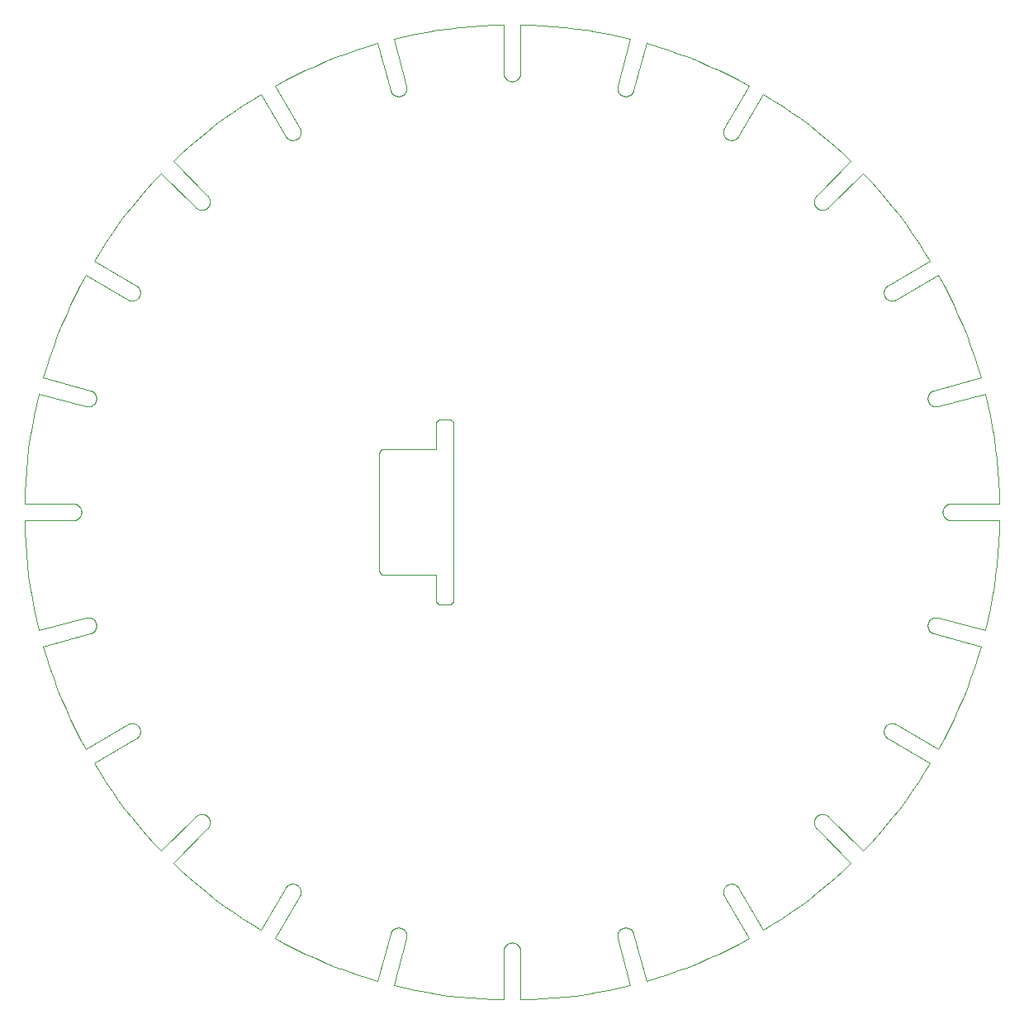
<source format=gko>
G04 EAGLE Gerber RS-274X export*
G75*
%MOMM*%
%FSLAX34Y34*%
%LPD*%
%INOutline_Milling*%
%IPPOS*%
%AMOC8*
5,1,8,0,0,1.08239X$1,22.5*%
G01*
%ADD10C,0.000000*%


D10*
X14835Y621108D02*
X12201Y610027D01*
X9820Y598889D01*
X7693Y587700D01*
X5821Y576465D01*
X4206Y565191D01*
X2848Y553882D01*
X1748Y542546D01*
X906Y531187D01*
X324Y519813D01*
X0Y508428D01*
X49928Y508428D01*
X50135Y508425D01*
X50342Y508418D01*
X50548Y508405D01*
X50755Y508388D01*
X50960Y508365D01*
X51166Y508337D01*
X51370Y508305D01*
X51574Y508267D01*
X51776Y508225D01*
X51978Y508177D01*
X52178Y508125D01*
X52377Y508068D01*
X52574Y508006D01*
X52770Y507939D01*
X52964Y507867D01*
X53157Y507791D01*
X53347Y507710D01*
X53536Y507624D01*
X53722Y507534D01*
X53906Y507440D01*
X54088Y507340D01*
X54267Y507237D01*
X54444Y507129D01*
X54618Y507017D01*
X54789Y506901D01*
X54958Y506780D01*
X55123Y506656D01*
X55285Y506527D01*
X55444Y506395D01*
X55600Y506259D01*
X55753Y506119D01*
X55902Y505975D01*
X56047Y505828D01*
X56189Y505677D01*
X56327Y505523D01*
X56462Y505365D01*
X56592Y505205D01*
X56718Y505041D01*
X56841Y504874D01*
X56959Y504704D01*
X57074Y504531D01*
X57184Y504356D01*
X57289Y504178D01*
X57391Y503997D01*
X57487Y503815D01*
X57580Y503629D01*
X57668Y503442D01*
X57751Y503252D01*
X57830Y503061D01*
X57904Y502868D01*
X57973Y502672D01*
X58037Y502476D01*
X58097Y502278D01*
X58152Y502078D01*
X58202Y501877D01*
X58247Y501675D01*
X58287Y501472D01*
X58322Y501268D01*
X58352Y501063D01*
X58377Y500858D01*
X58397Y500652D01*
X58412Y500445D01*
X58422Y500238D01*
X58427Y500031D01*
X58427Y499825D01*
X58422Y499618D01*
X58412Y499411D01*
X58397Y499204D01*
X58377Y498998D01*
X58352Y498793D01*
X58322Y498588D01*
X58287Y498384D01*
X58247Y498181D01*
X58202Y497979D01*
X58152Y497778D01*
X58097Y497578D01*
X58037Y497380D01*
X57973Y497184D01*
X57904Y496988D01*
X57830Y496795D01*
X57751Y496604D01*
X57668Y496414D01*
X57580Y496227D01*
X57487Y496041D01*
X57391Y495859D01*
X57289Y495678D01*
X57184Y495500D01*
X57074Y495325D01*
X56959Y495152D01*
X56841Y494982D01*
X56718Y494815D01*
X56592Y494651D01*
X56462Y494491D01*
X56327Y494333D01*
X56189Y494179D01*
X56047Y494028D01*
X55902Y493881D01*
X55753Y493737D01*
X55600Y493597D01*
X55444Y493461D01*
X55285Y493329D01*
X55123Y493200D01*
X54958Y493076D01*
X54789Y492955D01*
X54618Y492839D01*
X54444Y492727D01*
X54267Y492619D01*
X54088Y492516D01*
X53906Y492416D01*
X53722Y492322D01*
X53536Y492232D01*
X53347Y492146D01*
X53157Y492065D01*
X52964Y491989D01*
X52770Y491917D01*
X52574Y491850D01*
X52377Y491788D01*
X52178Y491731D01*
X51978Y491679D01*
X51776Y491631D01*
X51574Y491589D01*
X51370Y491551D01*
X51166Y491519D01*
X50960Y491491D01*
X50755Y491468D01*
X50548Y491451D01*
X50342Y491438D01*
X50135Y491431D01*
X49928Y491428D01*
X0Y491428D01*
X-1Y491428D02*
X323Y480043D01*
X905Y468668D01*
X1747Y457309D01*
X2847Y445973D01*
X4205Y434664D01*
X5820Y423390D01*
X7692Y412155D01*
X9819Y400966D01*
X12200Y389828D01*
X14834Y378747D01*
X14835Y378747D02*
X63061Y391670D01*
X63263Y391722D01*
X63467Y391768D01*
X63671Y391810D01*
X63876Y391846D01*
X64083Y391878D01*
X64290Y391904D01*
X64497Y391926D01*
X64705Y391942D01*
X64913Y391953D01*
X65122Y391959D01*
X65331Y391960D01*
X65539Y391955D01*
X65748Y391946D01*
X65956Y391932D01*
X66163Y391912D01*
X66370Y391887D01*
X66577Y391858D01*
X66783Y391823D01*
X66987Y391783D01*
X67191Y391738D01*
X67394Y391688D01*
X67595Y391633D01*
X67795Y391574D01*
X67993Y391509D01*
X68190Y391439D01*
X68385Y391365D01*
X68578Y391286D01*
X68769Y391202D01*
X68958Y391114D01*
X69145Y391021D01*
X69329Y390923D01*
X69511Y390821D01*
X69690Y390715D01*
X69867Y390604D01*
X70041Y390489D01*
X70212Y390369D01*
X70380Y390246D01*
X70545Y390118D01*
X70707Y389986D01*
X70865Y389851D01*
X71021Y389711D01*
X71172Y389568D01*
X71320Y389421D01*
X71465Y389271D01*
X71606Y389117D01*
X71742Y388959D01*
X71875Y388798D01*
X72005Y388634D01*
X72129Y388467D01*
X72250Y388297D01*
X72367Y388124D01*
X72479Y387949D01*
X72587Y387770D01*
X72691Y387589D01*
X72790Y387405D01*
X72884Y387219D01*
X72974Y387031D01*
X73060Y386841D01*
X73140Y386648D01*
X73216Y386454D01*
X73287Y386258D01*
X73354Y386060D01*
X73415Y385861D01*
X73471Y385660D01*
X73523Y385458D01*
X73569Y385254D01*
X73611Y385050D01*
X73647Y384845D01*
X73679Y384638D01*
X73705Y384431D01*
X73727Y384224D01*
X73743Y384016D01*
X73754Y383808D01*
X73760Y383599D01*
X73761Y383390D01*
X73756Y383182D01*
X73747Y382973D01*
X73733Y382765D01*
X73713Y382558D01*
X73688Y382351D01*
X73659Y382144D01*
X73624Y381938D01*
X73584Y381734D01*
X73539Y381530D01*
X73489Y381327D01*
X73434Y381126D01*
X73375Y380926D01*
X73310Y380728D01*
X73240Y380531D01*
X73166Y380336D01*
X73087Y380143D01*
X73003Y379952D01*
X72915Y379763D01*
X72822Y379576D01*
X72724Y379392D01*
X72622Y379210D01*
X72516Y379031D01*
X72405Y378854D01*
X72290Y378680D01*
X72170Y378509D01*
X72047Y378341D01*
X71919Y378176D01*
X71787Y378014D01*
X71652Y377856D01*
X71512Y377700D01*
X71369Y377549D01*
X71222Y377401D01*
X71072Y377256D01*
X70918Y377115D01*
X70760Y376979D01*
X70599Y376846D01*
X70435Y376716D01*
X70268Y376592D01*
X70098Y376471D01*
X69925Y376354D01*
X69750Y376242D01*
X69571Y376134D01*
X69390Y376030D01*
X69206Y375931D01*
X69020Y375837D01*
X68832Y375747D01*
X68642Y375661D01*
X68449Y375581D01*
X68255Y375505D01*
X68059Y375434D01*
X67861Y375367D01*
X67662Y375306D01*
X67461Y375250D01*
X67461Y375249D02*
X19235Y362327D01*
X22494Y351414D01*
X26000Y340577D01*
X29753Y329824D01*
X33750Y319158D01*
X37988Y308586D01*
X42466Y298114D01*
X47182Y287746D01*
X52132Y277489D01*
X57315Y267347D01*
X62728Y257325D01*
X105966Y282289D01*
X106146Y282390D01*
X106329Y282487D01*
X106515Y282580D01*
X106702Y282668D01*
X106892Y282751D01*
X107083Y282830D01*
X107276Y282903D01*
X107471Y282973D01*
X107668Y283037D01*
X107866Y283097D01*
X108066Y283152D01*
X108267Y283202D01*
X108469Y283247D01*
X108672Y283287D01*
X108876Y283322D01*
X109081Y283352D01*
X109286Y283377D01*
X109492Y283397D01*
X109699Y283412D01*
X109905Y283422D01*
X110112Y283427D01*
X110319Y283427D01*
X110526Y283422D01*
X110733Y283412D01*
X110940Y283397D01*
X111146Y283377D01*
X111351Y283352D01*
X111556Y283322D01*
X111760Y283287D01*
X111963Y283247D01*
X112165Y283202D01*
X112366Y283152D01*
X112565Y283097D01*
X112764Y283037D01*
X112960Y282973D01*
X113155Y282904D01*
X113349Y282830D01*
X113540Y282751D01*
X113730Y282668D01*
X113917Y282580D01*
X114102Y282487D01*
X114285Y282391D01*
X114466Y282289D01*
X114644Y282184D01*
X114819Y282074D01*
X114992Y281959D01*
X115162Y281841D01*
X115329Y281719D01*
X115492Y281592D01*
X115653Y281462D01*
X115811Y281327D01*
X115965Y281189D01*
X116116Y281047D01*
X116263Y280902D01*
X116406Y280753D01*
X116546Y280600D01*
X116683Y280444D01*
X116815Y280285D01*
X116944Y280123D01*
X117068Y279958D01*
X117189Y279789D01*
X117305Y279618D01*
X117417Y279444D01*
X117525Y279267D01*
X117628Y279088D01*
X117727Y278906D01*
X117822Y278722D01*
X117912Y278536D01*
X117998Y278347D01*
X118079Y278157D01*
X118155Y277965D01*
X118227Y277770D01*
X118294Y277574D01*
X118356Y277377D01*
X118413Y277178D01*
X118465Y276978D01*
X118513Y276776D01*
X118555Y276574D01*
X118593Y276370D01*
X118625Y276166D01*
X118653Y275961D01*
X118676Y275755D01*
X118693Y275549D01*
X118706Y275342D01*
X118713Y275135D01*
X118716Y274928D01*
X118713Y274721D01*
X118706Y274514D01*
X118693Y274308D01*
X118676Y274101D01*
X118653Y273896D01*
X118625Y273690D01*
X118593Y273486D01*
X118555Y273283D01*
X118513Y273080D01*
X118465Y272878D01*
X118413Y272678D01*
X118356Y272479D01*
X118294Y272282D01*
X118227Y272086D01*
X118155Y271892D01*
X118079Y271699D01*
X117998Y271509D01*
X117912Y271320D01*
X117822Y271134D01*
X117728Y270950D01*
X117628Y270768D01*
X117525Y270589D01*
X117417Y270412D01*
X117305Y270238D01*
X117189Y270067D01*
X117068Y269898D01*
X116944Y269733D01*
X116815Y269571D01*
X116683Y269412D01*
X116547Y269256D01*
X116407Y269103D01*
X116263Y268954D01*
X116116Y268809D01*
X115965Y268667D01*
X115811Y268529D01*
X115653Y268395D01*
X115493Y268264D01*
X115329Y268138D01*
X115162Y268015D01*
X114992Y267897D01*
X114819Y267782D01*
X114644Y267673D01*
X114466Y267567D01*
X71228Y242603D01*
X77200Y232905D01*
X83392Y223345D01*
X89800Y213929D01*
X96421Y204661D01*
X103251Y195547D01*
X110287Y186590D01*
X117525Y177796D01*
X124962Y169170D01*
X132593Y160715D01*
X140415Y152436D01*
X175719Y187740D01*
X175720Y187740D02*
X175869Y187886D01*
X176022Y188028D01*
X176178Y188166D01*
X176338Y188301D01*
X176501Y188431D01*
X176667Y188557D01*
X176836Y188679D01*
X177008Y188797D01*
X177183Y188911D01*
X177360Y189021D01*
X177540Y189126D01*
X177723Y189226D01*
X177908Y189322D01*
X178096Y189414D01*
X178285Y189501D01*
X178477Y189583D01*
X178671Y189660D01*
X178866Y189733D01*
X179064Y189801D01*
X179263Y189864D01*
X179463Y189922D01*
X179665Y189975D01*
X179868Y190023D01*
X180072Y190067D01*
X180277Y190105D01*
X180483Y190138D01*
X180690Y190166D01*
X180897Y190189D01*
X181105Y190207D01*
X181313Y190220D01*
X181521Y190227D01*
X181730Y190230D01*
X181939Y190227D01*
X182147Y190220D01*
X182355Y190207D01*
X182563Y190189D01*
X182770Y190166D01*
X182977Y190138D01*
X183183Y190105D01*
X183388Y190067D01*
X183592Y190023D01*
X183795Y189975D01*
X183997Y189922D01*
X184197Y189864D01*
X184396Y189801D01*
X184594Y189733D01*
X184789Y189660D01*
X184983Y189583D01*
X185175Y189501D01*
X185364Y189414D01*
X185552Y189322D01*
X185737Y189226D01*
X185920Y189126D01*
X186100Y189021D01*
X186277Y188911D01*
X186452Y188797D01*
X186624Y188679D01*
X186793Y188557D01*
X186959Y188431D01*
X187122Y188301D01*
X187282Y188166D01*
X187438Y188028D01*
X187591Y187886D01*
X187740Y187740D01*
X187886Y187591D01*
X188028Y187438D01*
X188166Y187282D01*
X188301Y187122D01*
X188431Y186959D01*
X188557Y186793D01*
X188679Y186624D01*
X188797Y186452D01*
X188911Y186277D01*
X189021Y186100D01*
X189126Y185920D01*
X189226Y185737D01*
X189322Y185552D01*
X189414Y185364D01*
X189501Y185175D01*
X189583Y184983D01*
X189660Y184789D01*
X189733Y184594D01*
X189801Y184396D01*
X189864Y184197D01*
X189922Y183997D01*
X189975Y183795D01*
X190023Y183592D01*
X190067Y183388D01*
X190105Y183183D01*
X190138Y182977D01*
X190166Y182770D01*
X190189Y182563D01*
X190207Y182355D01*
X190220Y182147D01*
X190227Y181939D01*
X190230Y181730D01*
X190227Y181521D01*
X190220Y181313D01*
X190207Y181105D01*
X190189Y180897D01*
X190166Y180690D01*
X190138Y180483D01*
X190105Y180277D01*
X190067Y180072D01*
X190023Y179868D01*
X189975Y179665D01*
X189922Y179463D01*
X189864Y179263D01*
X189801Y179064D01*
X189733Y178866D01*
X189660Y178671D01*
X189583Y178477D01*
X189501Y178285D01*
X189414Y178096D01*
X189322Y177908D01*
X189226Y177723D01*
X189126Y177540D01*
X189021Y177360D01*
X188911Y177183D01*
X188797Y177008D01*
X188679Y176836D01*
X188557Y176667D01*
X188431Y176501D01*
X188301Y176338D01*
X188166Y176178D01*
X188028Y176022D01*
X187886Y175869D01*
X187740Y175720D01*
X187740Y175719D02*
X152436Y140415D01*
X160715Y132593D01*
X169170Y124962D01*
X177796Y117525D01*
X186590Y110287D01*
X195547Y103251D01*
X204661Y96421D01*
X213929Y89800D01*
X223345Y83392D01*
X232905Y77200D01*
X242603Y71228D01*
X267567Y114466D01*
X267673Y114644D01*
X267782Y114819D01*
X267897Y114992D01*
X268015Y115162D01*
X268138Y115329D01*
X268264Y115493D01*
X268395Y115653D01*
X268529Y115811D01*
X268667Y115965D01*
X268809Y116116D01*
X268954Y116263D01*
X269103Y116407D01*
X269256Y116547D01*
X269412Y116683D01*
X269571Y116815D01*
X269733Y116944D01*
X269898Y117068D01*
X270067Y117189D01*
X270238Y117305D01*
X270412Y117417D01*
X270589Y117525D01*
X270768Y117628D01*
X270950Y117728D01*
X271134Y117822D01*
X271320Y117912D01*
X271509Y117998D01*
X271699Y118079D01*
X271892Y118155D01*
X272086Y118227D01*
X272282Y118294D01*
X272479Y118356D01*
X272678Y118413D01*
X272878Y118465D01*
X273080Y118513D01*
X273283Y118555D01*
X273486Y118593D01*
X273690Y118625D01*
X273896Y118653D01*
X274101Y118676D01*
X274308Y118693D01*
X274514Y118706D01*
X274721Y118713D01*
X274928Y118716D01*
X275135Y118713D01*
X275342Y118706D01*
X275549Y118693D01*
X275755Y118676D01*
X275961Y118653D01*
X276166Y118625D01*
X276370Y118593D01*
X276574Y118555D01*
X276776Y118513D01*
X276978Y118465D01*
X277178Y118413D01*
X277377Y118356D01*
X277574Y118294D01*
X277770Y118227D01*
X277965Y118155D01*
X278157Y118079D01*
X278347Y117998D01*
X278536Y117912D01*
X278722Y117822D01*
X278906Y117727D01*
X279088Y117628D01*
X279267Y117525D01*
X279444Y117417D01*
X279618Y117305D01*
X279789Y117189D01*
X279958Y117068D01*
X280123Y116944D01*
X280285Y116815D01*
X280444Y116683D01*
X280600Y116546D01*
X280753Y116406D01*
X280902Y116263D01*
X281047Y116116D01*
X281189Y115965D01*
X281327Y115811D01*
X281462Y115653D01*
X281592Y115492D01*
X281719Y115329D01*
X281841Y115162D01*
X281959Y114992D01*
X282074Y114819D01*
X282184Y114644D01*
X282289Y114466D01*
X282391Y114285D01*
X282487Y114102D01*
X282580Y113917D01*
X282668Y113730D01*
X282751Y113540D01*
X282830Y113349D01*
X282904Y113155D01*
X282973Y112960D01*
X283037Y112764D01*
X283097Y112565D01*
X283152Y112366D01*
X283202Y112165D01*
X283247Y111963D01*
X283287Y111760D01*
X283322Y111556D01*
X283352Y111351D01*
X283377Y111146D01*
X283397Y110940D01*
X283412Y110733D01*
X283422Y110526D01*
X283427Y110319D01*
X283427Y110112D01*
X283422Y109905D01*
X283412Y109699D01*
X283397Y109492D01*
X283377Y109286D01*
X283352Y109081D01*
X283322Y108876D01*
X283287Y108672D01*
X283247Y108469D01*
X283202Y108267D01*
X283152Y108066D01*
X283097Y107866D01*
X283037Y107668D01*
X282973Y107471D01*
X282903Y107276D01*
X282830Y107083D01*
X282751Y106892D01*
X282668Y106702D01*
X282580Y106515D01*
X282487Y106329D01*
X282390Y106146D01*
X282289Y105966D01*
X257325Y62728D01*
X267347Y57315D01*
X277489Y52132D01*
X287746Y47182D01*
X298114Y42466D01*
X308586Y37988D01*
X319158Y33750D01*
X329824Y29753D01*
X340577Y26000D01*
X351414Y22494D01*
X362327Y19235D01*
X375249Y67461D01*
X375250Y67461D02*
X375306Y67662D01*
X375367Y67861D01*
X375434Y68059D01*
X375505Y68255D01*
X375581Y68449D01*
X375661Y68642D01*
X375747Y68832D01*
X375837Y69020D01*
X375931Y69206D01*
X376030Y69390D01*
X376134Y69571D01*
X376242Y69750D01*
X376354Y69925D01*
X376471Y70098D01*
X376592Y70268D01*
X376716Y70435D01*
X376846Y70599D01*
X376979Y70760D01*
X377115Y70918D01*
X377256Y71072D01*
X377401Y71222D01*
X377549Y71369D01*
X377700Y71512D01*
X377856Y71652D01*
X378014Y71787D01*
X378176Y71919D01*
X378341Y72047D01*
X378509Y72170D01*
X378680Y72290D01*
X378854Y72405D01*
X379031Y72516D01*
X379210Y72622D01*
X379392Y72724D01*
X379576Y72822D01*
X379763Y72915D01*
X379952Y73003D01*
X380143Y73087D01*
X380336Y73166D01*
X380531Y73240D01*
X380728Y73310D01*
X380926Y73375D01*
X381126Y73434D01*
X381327Y73489D01*
X381530Y73539D01*
X381734Y73584D01*
X381938Y73624D01*
X382144Y73659D01*
X382351Y73688D01*
X382558Y73713D01*
X382765Y73733D01*
X382973Y73747D01*
X383182Y73756D01*
X383390Y73761D01*
X383599Y73760D01*
X383808Y73754D01*
X384016Y73743D01*
X384224Y73727D01*
X384431Y73705D01*
X384638Y73679D01*
X384845Y73647D01*
X385050Y73611D01*
X385254Y73569D01*
X385458Y73523D01*
X385660Y73471D01*
X385861Y73415D01*
X386060Y73354D01*
X386258Y73287D01*
X386454Y73216D01*
X386648Y73140D01*
X386841Y73060D01*
X387031Y72974D01*
X387219Y72884D01*
X387405Y72790D01*
X387589Y72691D01*
X387770Y72587D01*
X387949Y72479D01*
X388124Y72367D01*
X388297Y72250D01*
X388467Y72129D01*
X388634Y72005D01*
X388798Y71875D01*
X388959Y71742D01*
X389117Y71606D01*
X389271Y71465D01*
X389421Y71320D01*
X389568Y71172D01*
X389711Y71021D01*
X389851Y70865D01*
X389986Y70707D01*
X390118Y70545D01*
X390246Y70380D01*
X390369Y70212D01*
X390489Y70041D01*
X390604Y69867D01*
X390715Y69690D01*
X390821Y69511D01*
X390923Y69329D01*
X391021Y69145D01*
X391114Y68958D01*
X391202Y68769D01*
X391286Y68578D01*
X391365Y68385D01*
X391439Y68190D01*
X391509Y67993D01*
X391574Y67795D01*
X391633Y67595D01*
X391688Y67394D01*
X391738Y67191D01*
X391783Y66987D01*
X391823Y66783D01*
X391858Y66577D01*
X391887Y66370D01*
X391912Y66163D01*
X391932Y65956D01*
X391946Y65748D01*
X391955Y65539D01*
X391960Y65331D01*
X391959Y65122D01*
X391953Y64913D01*
X391942Y64705D01*
X391926Y64497D01*
X391904Y64290D01*
X391878Y64083D01*
X391846Y63876D01*
X391810Y63671D01*
X391768Y63467D01*
X391722Y63263D01*
X391670Y63061D01*
X378747Y14835D01*
X378747Y14834D02*
X389828Y12200D01*
X400966Y9819D01*
X412155Y7692D01*
X423390Y5820D01*
X434664Y4205D01*
X445973Y2847D01*
X457309Y1747D01*
X468668Y905D01*
X480043Y323D01*
X491428Y-1D01*
X491428Y0D02*
X491428Y49928D01*
X491431Y50135D01*
X491438Y50342D01*
X491451Y50548D01*
X491468Y50755D01*
X491491Y50960D01*
X491519Y51166D01*
X491551Y51370D01*
X491589Y51574D01*
X491631Y51776D01*
X491679Y51978D01*
X491731Y52178D01*
X491788Y52377D01*
X491850Y52574D01*
X491917Y52770D01*
X491989Y52964D01*
X492065Y53157D01*
X492146Y53347D01*
X492232Y53536D01*
X492322Y53722D01*
X492416Y53906D01*
X492516Y54088D01*
X492619Y54267D01*
X492727Y54444D01*
X492839Y54618D01*
X492955Y54789D01*
X493076Y54958D01*
X493200Y55123D01*
X493329Y55285D01*
X493461Y55444D01*
X493597Y55600D01*
X493737Y55753D01*
X493881Y55902D01*
X494028Y56047D01*
X494179Y56189D01*
X494333Y56327D01*
X494491Y56462D01*
X494651Y56592D01*
X494815Y56718D01*
X494982Y56841D01*
X495152Y56959D01*
X495325Y57074D01*
X495500Y57184D01*
X495678Y57289D01*
X495859Y57391D01*
X496041Y57487D01*
X496227Y57580D01*
X496414Y57668D01*
X496604Y57751D01*
X496795Y57830D01*
X496988Y57904D01*
X497184Y57973D01*
X497380Y58037D01*
X497578Y58097D01*
X497778Y58152D01*
X497979Y58202D01*
X498181Y58247D01*
X498384Y58287D01*
X498588Y58322D01*
X498793Y58352D01*
X498998Y58377D01*
X499204Y58397D01*
X499411Y58412D01*
X499618Y58422D01*
X499825Y58427D01*
X500031Y58427D01*
X500238Y58422D01*
X500445Y58412D01*
X500652Y58397D01*
X500858Y58377D01*
X501063Y58352D01*
X501268Y58322D01*
X501472Y58287D01*
X501675Y58247D01*
X501877Y58202D01*
X502078Y58152D01*
X502278Y58097D01*
X502476Y58037D01*
X502672Y57973D01*
X502868Y57904D01*
X503061Y57830D01*
X503252Y57751D01*
X503442Y57668D01*
X503629Y57580D01*
X503815Y57487D01*
X503997Y57391D01*
X504178Y57289D01*
X504356Y57184D01*
X504531Y57074D01*
X504704Y56959D01*
X504874Y56841D01*
X505041Y56718D01*
X505205Y56592D01*
X505365Y56462D01*
X505523Y56327D01*
X505677Y56189D01*
X505828Y56047D01*
X505975Y55902D01*
X506119Y55753D01*
X506259Y55600D01*
X506395Y55444D01*
X506527Y55285D01*
X506656Y55123D01*
X506780Y54958D01*
X506901Y54789D01*
X507017Y54618D01*
X507129Y54444D01*
X507237Y54267D01*
X507340Y54088D01*
X507440Y53906D01*
X507534Y53722D01*
X507624Y53536D01*
X507710Y53347D01*
X507791Y53157D01*
X507867Y52964D01*
X507939Y52770D01*
X508006Y52574D01*
X508068Y52377D01*
X508125Y52178D01*
X508177Y51978D01*
X508225Y51776D01*
X508267Y51574D01*
X508305Y51370D01*
X508337Y51166D01*
X508365Y50960D01*
X508388Y50755D01*
X508405Y50548D01*
X508418Y50342D01*
X508425Y50135D01*
X508428Y49928D01*
X508428Y0D01*
X519813Y324D01*
X531187Y906D01*
X542546Y1748D01*
X553882Y2848D01*
X565191Y4206D01*
X576465Y5821D01*
X587700Y7693D01*
X598889Y9820D01*
X610027Y12201D01*
X621108Y14835D01*
X608186Y63061D01*
X608187Y63061D02*
X608135Y63262D01*
X608089Y63463D01*
X608048Y63666D01*
X608012Y63870D01*
X607980Y64075D01*
X607954Y64280D01*
X607932Y64486D01*
X607916Y64692D01*
X607905Y64899D01*
X607898Y65106D01*
X607897Y65313D01*
X607901Y65520D01*
X607910Y65727D01*
X607924Y65933D01*
X607942Y66139D01*
X607966Y66345D01*
X607995Y66550D01*
X608029Y66754D01*
X608068Y66957D01*
X608112Y67160D01*
X608160Y67361D01*
X608214Y67561D01*
X608272Y67759D01*
X608336Y67956D01*
X608404Y68152D01*
X608476Y68346D01*
X608554Y68538D01*
X608636Y68728D01*
X608723Y68916D01*
X608814Y69101D01*
X608910Y69285D01*
X609010Y69466D01*
X609115Y69645D01*
X609224Y69821D01*
X609337Y69994D01*
X609454Y70165D01*
X609576Y70332D01*
X609701Y70497D01*
X609831Y70658D01*
X609964Y70817D01*
X610101Y70972D01*
X610242Y71123D01*
X610387Y71271D01*
X610535Y71416D01*
X610686Y71557D01*
X610841Y71694D01*
X611000Y71827D01*
X611161Y71957D01*
X611326Y72082D01*
X611493Y72204D01*
X611664Y72321D01*
X611837Y72434D01*
X612013Y72543D01*
X612192Y72648D01*
X612373Y72748D01*
X612557Y72844D01*
X612742Y72935D01*
X612930Y73022D01*
X613120Y73104D01*
X613312Y73182D01*
X613506Y73254D01*
X613702Y73322D01*
X613899Y73386D01*
X614097Y73444D01*
X614297Y73498D01*
X614498Y73546D01*
X614701Y73590D01*
X614904Y73629D01*
X615108Y73663D01*
X615313Y73692D01*
X615519Y73716D01*
X615725Y73734D01*
X615931Y73748D01*
X616138Y73757D01*
X616345Y73761D01*
X616552Y73760D01*
X616759Y73753D01*
X616966Y73742D01*
X617172Y73726D01*
X617378Y73704D01*
X617583Y73678D01*
X617788Y73646D01*
X617992Y73610D01*
X618195Y73569D01*
X618396Y73523D01*
X618597Y73471D01*
X618796Y73415D01*
X618994Y73355D01*
X619190Y73289D01*
X619385Y73218D01*
X619578Y73143D01*
X619769Y73064D01*
X619958Y72979D01*
X620145Y72890D01*
X620330Y72797D01*
X620512Y72699D01*
X620692Y72596D01*
X620869Y72489D01*
X621044Y72378D01*
X621216Y72263D01*
X621385Y72144D01*
X621551Y72020D01*
X621714Y71893D01*
X621874Y71761D01*
X622031Y71626D01*
X622184Y71487D01*
X622334Y71344D01*
X622480Y71198D01*
X622623Y71048D01*
X622762Y70895D01*
X622897Y70738D01*
X623029Y70578D01*
X623156Y70415D01*
X623280Y70249D01*
X623399Y70080D01*
X623514Y69908D01*
X623625Y69733D01*
X623732Y69556D01*
X623835Y69376D01*
X623933Y69194D01*
X624026Y69009D01*
X624115Y68822D01*
X624200Y68633D01*
X624279Y68442D01*
X624354Y68249D01*
X624425Y68054D01*
X624491Y67858D01*
X624551Y67660D01*
X624607Y67461D01*
X637529Y19235D01*
X648443Y22494D01*
X659279Y26001D01*
X670033Y29753D01*
X680698Y33750D01*
X691270Y37988D01*
X701742Y42467D01*
X712109Y47182D01*
X722367Y52133D01*
X732509Y57315D01*
X742530Y62728D01*
X717567Y105966D01*
X717466Y106146D01*
X717369Y106329D01*
X717276Y106515D01*
X717188Y106702D01*
X717105Y106892D01*
X717026Y107083D01*
X716953Y107276D01*
X716883Y107471D01*
X716819Y107668D01*
X716759Y107866D01*
X716704Y108066D01*
X716654Y108267D01*
X716609Y108469D01*
X716569Y108672D01*
X716534Y108876D01*
X716504Y109081D01*
X716479Y109286D01*
X716459Y109492D01*
X716444Y109699D01*
X716434Y109905D01*
X716429Y110112D01*
X716429Y110319D01*
X716434Y110526D01*
X716444Y110733D01*
X716459Y110940D01*
X716479Y111146D01*
X716504Y111351D01*
X716534Y111556D01*
X716569Y111760D01*
X716609Y111963D01*
X716654Y112165D01*
X716704Y112366D01*
X716759Y112565D01*
X716819Y112764D01*
X716883Y112960D01*
X716952Y113155D01*
X717026Y113349D01*
X717105Y113540D01*
X717188Y113730D01*
X717276Y113917D01*
X717369Y114102D01*
X717465Y114285D01*
X717567Y114466D01*
X717672Y114644D01*
X717782Y114819D01*
X717897Y114992D01*
X718015Y115162D01*
X718137Y115329D01*
X718264Y115492D01*
X718394Y115653D01*
X718529Y115811D01*
X718667Y115965D01*
X718809Y116116D01*
X718954Y116263D01*
X719103Y116406D01*
X719256Y116546D01*
X719412Y116683D01*
X719571Y116815D01*
X719733Y116944D01*
X719898Y117068D01*
X720067Y117189D01*
X720238Y117305D01*
X720412Y117417D01*
X720589Y117525D01*
X720768Y117628D01*
X720950Y117727D01*
X721134Y117822D01*
X721320Y117912D01*
X721509Y117998D01*
X721699Y118079D01*
X721891Y118155D01*
X722086Y118227D01*
X722282Y118294D01*
X722479Y118356D01*
X722678Y118413D01*
X722878Y118465D01*
X723080Y118513D01*
X723282Y118555D01*
X723486Y118593D01*
X723690Y118625D01*
X723895Y118653D01*
X724101Y118676D01*
X724307Y118693D01*
X724514Y118706D01*
X724721Y118713D01*
X724928Y118716D01*
X725135Y118713D01*
X725342Y118706D01*
X725548Y118693D01*
X725755Y118676D01*
X725960Y118653D01*
X726166Y118625D01*
X726370Y118593D01*
X726573Y118555D01*
X726776Y118513D01*
X726978Y118465D01*
X727178Y118413D01*
X727377Y118356D01*
X727574Y118294D01*
X727770Y118227D01*
X727964Y118155D01*
X728157Y118079D01*
X728347Y117998D01*
X728536Y117912D01*
X728722Y117822D01*
X728906Y117728D01*
X729088Y117628D01*
X729267Y117525D01*
X729444Y117417D01*
X729618Y117305D01*
X729789Y117189D01*
X729958Y117068D01*
X730123Y116944D01*
X730285Y116815D01*
X730444Y116683D01*
X730600Y116547D01*
X730753Y116407D01*
X730902Y116263D01*
X731047Y116116D01*
X731189Y115965D01*
X731327Y115811D01*
X731461Y115653D01*
X731592Y115493D01*
X731718Y115329D01*
X731841Y115162D01*
X731959Y114992D01*
X732074Y114819D01*
X732183Y114644D01*
X732289Y114466D01*
X757253Y71228D01*
X766951Y77200D01*
X776511Y83392D01*
X785927Y89800D01*
X795195Y96421D01*
X804309Y103251D01*
X813266Y110287D01*
X822060Y117525D01*
X830686Y124962D01*
X839141Y132593D01*
X847420Y140415D01*
X812115Y175719D01*
X812116Y175720D02*
X811971Y175868D01*
X811830Y176019D01*
X811693Y176174D01*
X811560Y176333D01*
X811430Y176494D01*
X811305Y176659D01*
X811183Y176826D01*
X811066Y176997D01*
X810953Y177170D01*
X810844Y177346D01*
X810739Y177525D01*
X810639Y177706D01*
X810543Y177890D01*
X810452Y178075D01*
X810365Y178263D01*
X810283Y178453D01*
X810205Y178645D01*
X810133Y178839D01*
X810065Y179035D01*
X810001Y179232D01*
X809943Y179430D01*
X809889Y179630D01*
X809841Y179831D01*
X809797Y180034D01*
X809758Y180237D01*
X809724Y180441D01*
X809695Y180646D01*
X809671Y180852D01*
X809653Y181058D01*
X809639Y181264D01*
X809630Y181471D01*
X809626Y181678D01*
X809627Y181885D01*
X809634Y182092D01*
X809645Y182299D01*
X809661Y182505D01*
X809683Y182711D01*
X809709Y182916D01*
X809741Y183121D01*
X809777Y183325D01*
X809818Y183528D01*
X809864Y183729D01*
X809916Y183930D01*
X809972Y184129D01*
X810032Y184327D01*
X810098Y184523D01*
X810169Y184718D01*
X810244Y184911D01*
X810323Y185102D01*
X810408Y185291D01*
X810497Y185478D01*
X810590Y185663D01*
X810688Y185845D01*
X810791Y186025D01*
X810898Y186202D01*
X811009Y186377D01*
X811124Y186549D01*
X811243Y186718D01*
X811367Y186884D01*
X811494Y187047D01*
X811626Y187207D01*
X811761Y187364D01*
X811900Y187517D01*
X812043Y187667D01*
X812189Y187813D01*
X812339Y187956D01*
X812492Y188095D01*
X812649Y188230D01*
X812809Y188362D01*
X812972Y188489D01*
X813138Y188613D01*
X813307Y188732D01*
X813479Y188847D01*
X813654Y188958D01*
X813831Y189065D01*
X814011Y189168D01*
X814193Y189266D01*
X814378Y189359D01*
X814565Y189448D01*
X814754Y189533D01*
X814945Y189612D01*
X815138Y189687D01*
X815333Y189758D01*
X815529Y189824D01*
X815727Y189884D01*
X815926Y189940D01*
X816127Y189992D01*
X816328Y190038D01*
X816531Y190079D01*
X816735Y190115D01*
X816940Y190147D01*
X817145Y190173D01*
X817351Y190195D01*
X817557Y190211D01*
X817764Y190222D01*
X817971Y190229D01*
X818178Y190230D01*
X818385Y190226D01*
X818592Y190217D01*
X818798Y190203D01*
X819004Y190185D01*
X819210Y190161D01*
X819415Y190132D01*
X819619Y190098D01*
X819822Y190059D01*
X820025Y190015D01*
X820226Y189967D01*
X820426Y189913D01*
X820624Y189855D01*
X820821Y189791D01*
X821017Y189723D01*
X821211Y189651D01*
X821403Y189573D01*
X821593Y189491D01*
X821781Y189404D01*
X821966Y189313D01*
X822150Y189217D01*
X822331Y189117D01*
X822510Y189012D01*
X822686Y188903D01*
X822859Y188790D01*
X823030Y188673D01*
X823197Y188551D01*
X823362Y188426D01*
X823523Y188296D01*
X823682Y188163D01*
X823837Y188026D01*
X823988Y187885D01*
X824136Y187740D01*
X859440Y152436D01*
X859440Y152437D02*
X867262Y160716D01*
X874893Y169171D01*
X882330Y177798D01*
X889568Y186591D01*
X896604Y195548D01*
X903435Y204662D01*
X910055Y213930D01*
X916464Y223346D01*
X922655Y232905D01*
X928628Y242604D01*
X928628Y242603D02*
X885389Y267567D01*
X885211Y267673D01*
X885036Y267782D01*
X884863Y267897D01*
X884693Y268015D01*
X884526Y268138D01*
X884362Y268264D01*
X884202Y268395D01*
X884044Y268529D01*
X883890Y268667D01*
X883739Y268809D01*
X883592Y268954D01*
X883448Y269103D01*
X883308Y269256D01*
X883172Y269412D01*
X883040Y269571D01*
X882911Y269733D01*
X882787Y269898D01*
X882666Y270067D01*
X882550Y270238D01*
X882438Y270412D01*
X882330Y270589D01*
X882227Y270768D01*
X882127Y270950D01*
X882033Y271134D01*
X881943Y271320D01*
X881857Y271509D01*
X881776Y271699D01*
X881700Y271892D01*
X881628Y272086D01*
X881561Y272282D01*
X881499Y272479D01*
X881442Y272678D01*
X881390Y272878D01*
X881342Y273080D01*
X881300Y273283D01*
X881262Y273486D01*
X881230Y273690D01*
X881202Y273896D01*
X881179Y274101D01*
X881162Y274308D01*
X881149Y274514D01*
X881142Y274721D01*
X881139Y274928D01*
X881142Y275135D01*
X881149Y275342D01*
X881162Y275549D01*
X881179Y275755D01*
X881202Y275961D01*
X881230Y276166D01*
X881262Y276370D01*
X881300Y276574D01*
X881342Y276776D01*
X881390Y276978D01*
X881442Y277178D01*
X881499Y277377D01*
X881561Y277574D01*
X881628Y277770D01*
X881700Y277965D01*
X881776Y278157D01*
X881857Y278347D01*
X881943Y278536D01*
X882033Y278722D01*
X882128Y278906D01*
X882227Y279088D01*
X882330Y279267D01*
X882438Y279444D01*
X882550Y279618D01*
X882666Y279789D01*
X882787Y279958D01*
X882911Y280123D01*
X883040Y280285D01*
X883172Y280444D01*
X883309Y280600D01*
X883449Y280753D01*
X883592Y280902D01*
X883739Y281047D01*
X883890Y281189D01*
X884044Y281327D01*
X884202Y281462D01*
X884363Y281592D01*
X884526Y281719D01*
X884693Y281841D01*
X884863Y281959D01*
X885036Y282074D01*
X885211Y282184D01*
X885389Y282289D01*
X885570Y282391D01*
X885753Y282487D01*
X885938Y282580D01*
X886125Y282668D01*
X886315Y282751D01*
X886506Y282830D01*
X886700Y282904D01*
X886895Y282973D01*
X887091Y283037D01*
X887290Y283097D01*
X887489Y283152D01*
X887690Y283202D01*
X887892Y283247D01*
X888095Y283287D01*
X888299Y283322D01*
X888504Y283352D01*
X888709Y283377D01*
X888915Y283397D01*
X889122Y283412D01*
X889329Y283422D01*
X889536Y283427D01*
X889743Y283427D01*
X889950Y283422D01*
X890156Y283412D01*
X890363Y283397D01*
X890569Y283377D01*
X890774Y283352D01*
X890979Y283322D01*
X891183Y283287D01*
X891386Y283247D01*
X891588Y283202D01*
X891789Y283152D01*
X891989Y283097D01*
X892187Y283037D01*
X892384Y282973D01*
X892579Y282903D01*
X892772Y282830D01*
X892963Y282751D01*
X893153Y282668D01*
X893340Y282580D01*
X893526Y282487D01*
X893709Y282390D01*
X893889Y282289D01*
X937128Y257325D01*
X942541Y267347D01*
X947724Y277489D01*
X952674Y287746D01*
X957390Y298114D01*
X961868Y308586D01*
X966106Y319158D01*
X970103Y329824D01*
X973856Y340577D01*
X977362Y351414D01*
X980621Y362327D01*
X932394Y375249D01*
X932394Y375250D02*
X932195Y375306D01*
X931997Y375366D01*
X931801Y375432D01*
X931606Y375503D01*
X931413Y375578D01*
X931222Y375657D01*
X931033Y375742D01*
X930846Y375831D01*
X930661Y375924D01*
X930479Y376022D01*
X930299Y376125D01*
X930122Y376232D01*
X929947Y376343D01*
X929775Y376458D01*
X929606Y376577D01*
X929440Y376701D01*
X929277Y376828D01*
X929117Y376960D01*
X928960Y377095D01*
X928807Y377234D01*
X928657Y377377D01*
X928511Y377523D01*
X928368Y377673D01*
X928229Y377826D01*
X928094Y377983D01*
X927962Y378143D01*
X927835Y378306D01*
X927711Y378472D01*
X927592Y378641D01*
X927477Y378813D01*
X927366Y378988D01*
X927259Y379165D01*
X927156Y379345D01*
X927058Y379527D01*
X926965Y379712D01*
X926876Y379899D01*
X926791Y380088D01*
X926712Y380279D01*
X926637Y380472D01*
X926566Y380667D01*
X926500Y380863D01*
X926440Y381061D01*
X926384Y381260D01*
X926332Y381461D01*
X926286Y381662D01*
X926245Y381865D01*
X926209Y382069D01*
X926177Y382274D01*
X926151Y382479D01*
X926129Y382685D01*
X926113Y382891D01*
X926102Y383098D01*
X926095Y383305D01*
X926094Y383512D01*
X926098Y383719D01*
X926107Y383926D01*
X926121Y384132D01*
X926139Y384338D01*
X926163Y384544D01*
X926192Y384749D01*
X926226Y384953D01*
X926265Y385156D01*
X926309Y385359D01*
X926357Y385560D01*
X926411Y385760D01*
X926469Y385958D01*
X926533Y386155D01*
X926601Y386351D01*
X926673Y386545D01*
X926751Y386737D01*
X926833Y386927D01*
X926920Y387115D01*
X927011Y387300D01*
X927107Y387484D01*
X927207Y387665D01*
X927312Y387844D01*
X927421Y388020D01*
X927534Y388193D01*
X927651Y388364D01*
X927773Y388531D01*
X927898Y388696D01*
X928028Y388857D01*
X928161Y389016D01*
X928298Y389171D01*
X928439Y389322D01*
X928584Y389470D01*
X928732Y389615D01*
X928883Y389756D01*
X929038Y389893D01*
X929197Y390026D01*
X929358Y390156D01*
X929523Y390281D01*
X929690Y390403D01*
X929861Y390520D01*
X930034Y390633D01*
X930210Y390742D01*
X930389Y390847D01*
X930570Y390947D01*
X930754Y391043D01*
X930939Y391134D01*
X931127Y391221D01*
X931317Y391303D01*
X931509Y391381D01*
X931703Y391453D01*
X931899Y391521D01*
X932096Y391585D01*
X932294Y391643D01*
X932494Y391697D01*
X932695Y391745D01*
X932898Y391789D01*
X933101Y391828D01*
X933305Y391862D01*
X933510Y391891D01*
X933716Y391915D01*
X933922Y391933D01*
X934128Y391947D01*
X934335Y391956D01*
X934542Y391960D01*
X934749Y391959D01*
X934956Y391952D01*
X935163Y391941D01*
X935369Y391925D01*
X935575Y391903D01*
X935780Y391877D01*
X935985Y391845D01*
X936189Y391809D01*
X936392Y391768D01*
X936593Y391722D01*
X936794Y391670D01*
X985021Y378747D01*
X987655Y389828D01*
X990036Y400966D01*
X992163Y412155D01*
X994035Y423390D01*
X995650Y434665D01*
X997008Y445973D01*
X998108Y457310D01*
X998949Y468668D01*
X999532Y480043D01*
X999855Y491428D01*
X949928Y491428D01*
X949721Y491431D01*
X949514Y491438D01*
X949308Y491451D01*
X949101Y491468D01*
X948896Y491491D01*
X948690Y491519D01*
X948486Y491551D01*
X948282Y491589D01*
X948080Y491631D01*
X947878Y491679D01*
X947678Y491731D01*
X947479Y491788D01*
X947282Y491850D01*
X947086Y491917D01*
X946892Y491989D01*
X946699Y492065D01*
X946509Y492146D01*
X946320Y492232D01*
X946134Y492322D01*
X945950Y492416D01*
X945768Y492516D01*
X945589Y492619D01*
X945412Y492727D01*
X945238Y492839D01*
X945067Y492955D01*
X944898Y493076D01*
X944733Y493200D01*
X944571Y493329D01*
X944412Y493461D01*
X944256Y493597D01*
X944103Y493737D01*
X943954Y493881D01*
X943809Y494028D01*
X943667Y494179D01*
X943529Y494333D01*
X943394Y494491D01*
X943264Y494651D01*
X943138Y494815D01*
X943015Y494982D01*
X942897Y495152D01*
X942782Y495325D01*
X942672Y495500D01*
X942567Y495678D01*
X942465Y495859D01*
X942369Y496041D01*
X942276Y496227D01*
X942188Y496414D01*
X942105Y496604D01*
X942026Y496795D01*
X941952Y496988D01*
X941883Y497184D01*
X941819Y497380D01*
X941759Y497578D01*
X941704Y497778D01*
X941654Y497979D01*
X941609Y498181D01*
X941569Y498384D01*
X941534Y498588D01*
X941504Y498793D01*
X941479Y498998D01*
X941459Y499204D01*
X941444Y499411D01*
X941434Y499618D01*
X941429Y499825D01*
X941429Y500031D01*
X941434Y500238D01*
X941444Y500445D01*
X941459Y500652D01*
X941479Y500858D01*
X941504Y501063D01*
X941534Y501268D01*
X941569Y501472D01*
X941609Y501675D01*
X941654Y501877D01*
X941704Y502078D01*
X941759Y502278D01*
X941819Y502476D01*
X941883Y502672D01*
X941952Y502868D01*
X942026Y503061D01*
X942105Y503252D01*
X942188Y503442D01*
X942276Y503629D01*
X942369Y503815D01*
X942465Y503997D01*
X942567Y504178D01*
X942672Y504356D01*
X942782Y504531D01*
X942897Y504704D01*
X943015Y504874D01*
X943138Y505041D01*
X943264Y505205D01*
X943394Y505365D01*
X943529Y505523D01*
X943667Y505677D01*
X943809Y505828D01*
X943954Y505975D01*
X944103Y506119D01*
X944256Y506259D01*
X944412Y506395D01*
X944571Y506527D01*
X944733Y506656D01*
X944898Y506780D01*
X945067Y506901D01*
X945238Y507017D01*
X945412Y507129D01*
X945589Y507237D01*
X945768Y507340D01*
X945950Y507440D01*
X946134Y507534D01*
X946320Y507624D01*
X946509Y507710D01*
X946699Y507791D01*
X946892Y507867D01*
X947086Y507939D01*
X947282Y508006D01*
X947479Y508068D01*
X947678Y508125D01*
X947878Y508177D01*
X948080Y508225D01*
X948282Y508267D01*
X948486Y508305D01*
X948690Y508337D01*
X948896Y508365D01*
X949101Y508388D01*
X949308Y508405D01*
X949514Y508418D01*
X949721Y508425D01*
X949928Y508428D01*
X999855Y508428D01*
X999856Y508428D02*
X999533Y519813D01*
X998950Y531188D01*
X998109Y542547D01*
X997009Y553883D01*
X995651Y565191D01*
X994036Y576466D01*
X992164Y587701D01*
X990037Y598890D01*
X987656Y610028D01*
X985022Y621108D01*
X985021Y621108D02*
X936794Y608186D01*
X936794Y608187D02*
X936593Y608135D01*
X936392Y608089D01*
X936189Y608048D01*
X935985Y608012D01*
X935780Y607980D01*
X935575Y607954D01*
X935369Y607932D01*
X935163Y607916D01*
X934956Y607905D01*
X934749Y607898D01*
X934542Y607897D01*
X934335Y607901D01*
X934128Y607910D01*
X933922Y607924D01*
X933716Y607942D01*
X933510Y607966D01*
X933305Y607995D01*
X933101Y608029D01*
X932898Y608068D01*
X932695Y608112D01*
X932494Y608160D01*
X932294Y608214D01*
X932096Y608272D01*
X931899Y608336D01*
X931703Y608404D01*
X931509Y608476D01*
X931317Y608554D01*
X931127Y608636D01*
X930939Y608723D01*
X930754Y608814D01*
X930570Y608910D01*
X930389Y609010D01*
X930210Y609115D01*
X930034Y609224D01*
X929861Y609337D01*
X929690Y609454D01*
X929523Y609576D01*
X929358Y609701D01*
X929197Y609831D01*
X929038Y609964D01*
X928883Y610101D01*
X928732Y610242D01*
X928584Y610387D01*
X928439Y610535D01*
X928298Y610686D01*
X928161Y610841D01*
X928028Y611000D01*
X927898Y611161D01*
X927773Y611326D01*
X927651Y611493D01*
X927534Y611664D01*
X927421Y611837D01*
X927312Y612013D01*
X927207Y612192D01*
X927107Y612373D01*
X927011Y612557D01*
X926920Y612742D01*
X926833Y612930D01*
X926751Y613120D01*
X926673Y613312D01*
X926601Y613506D01*
X926533Y613702D01*
X926469Y613899D01*
X926411Y614097D01*
X926357Y614297D01*
X926309Y614498D01*
X926265Y614701D01*
X926226Y614904D01*
X926192Y615108D01*
X926163Y615313D01*
X926139Y615519D01*
X926121Y615725D01*
X926107Y615931D01*
X926098Y616138D01*
X926094Y616345D01*
X926095Y616552D01*
X926102Y616759D01*
X926113Y616966D01*
X926129Y617172D01*
X926151Y617378D01*
X926177Y617583D01*
X926209Y617788D01*
X926245Y617992D01*
X926286Y618195D01*
X926332Y618396D01*
X926384Y618597D01*
X926440Y618796D01*
X926500Y618994D01*
X926566Y619190D01*
X926637Y619385D01*
X926712Y619578D01*
X926791Y619769D01*
X926876Y619958D01*
X926965Y620145D01*
X927058Y620330D01*
X927156Y620512D01*
X927259Y620692D01*
X927366Y620869D01*
X927477Y621044D01*
X927592Y621216D01*
X927711Y621385D01*
X927835Y621551D01*
X927962Y621714D01*
X928094Y621874D01*
X928229Y622031D01*
X928368Y622184D01*
X928511Y622334D01*
X928657Y622480D01*
X928807Y622623D01*
X928960Y622762D01*
X929117Y622897D01*
X929277Y623029D01*
X929440Y623156D01*
X929606Y623280D01*
X929775Y623399D01*
X929947Y623514D01*
X930122Y623625D01*
X930299Y623732D01*
X930479Y623835D01*
X930661Y623933D01*
X930846Y624026D01*
X931033Y624115D01*
X931222Y624200D01*
X931413Y624279D01*
X931606Y624354D01*
X931801Y624425D01*
X931997Y624491D01*
X932195Y624551D01*
X932394Y624607D01*
X980621Y637529D01*
X977362Y648443D01*
X973855Y659279D01*
X970103Y670033D01*
X966106Y680698D01*
X961868Y691270D01*
X957389Y701742D01*
X952674Y712109D01*
X947723Y722367D01*
X942541Y732509D01*
X937128Y742530D01*
X893889Y717567D01*
X893709Y717466D01*
X893526Y717369D01*
X893340Y717276D01*
X893153Y717188D01*
X892963Y717105D01*
X892772Y717026D01*
X892579Y716953D01*
X892384Y716883D01*
X892187Y716819D01*
X891989Y716759D01*
X891789Y716704D01*
X891588Y716654D01*
X891386Y716609D01*
X891183Y716569D01*
X890979Y716534D01*
X890774Y716504D01*
X890569Y716479D01*
X890363Y716459D01*
X890156Y716444D01*
X889950Y716434D01*
X889743Y716429D01*
X889536Y716429D01*
X889329Y716434D01*
X889122Y716444D01*
X888915Y716459D01*
X888709Y716479D01*
X888504Y716504D01*
X888299Y716534D01*
X888095Y716569D01*
X887892Y716609D01*
X887690Y716654D01*
X887489Y716704D01*
X887290Y716759D01*
X887091Y716819D01*
X886895Y716883D01*
X886700Y716952D01*
X886506Y717026D01*
X886315Y717105D01*
X886125Y717188D01*
X885938Y717276D01*
X885753Y717369D01*
X885570Y717465D01*
X885389Y717567D01*
X885211Y717672D01*
X885036Y717782D01*
X884863Y717897D01*
X884693Y718015D01*
X884526Y718137D01*
X884363Y718264D01*
X884202Y718394D01*
X884044Y718529D01*
X883890Y718667D01*
X883739Y718809D01*
X883592Y718954D01*
X883449Y719103D01*
X883309Y719256D01*
X883172Y719412D01*
X883040Y719571D01*
X882911Y719733D01*
X882787Y719898D01*
X882666Y720067D01*
X882550Y720238D01*
X882438Y720412D01*
X882330Y720589D01*
X882227Y720768D01*
X882128Y720950D01*
X882033Y721134D01*
X881943Y721320D01*
X881857Y721509D01*
X881776Y721699D01*
X881700Y721891D01*
X881628Y722086D01*
X881561Y722282D01*
X881499Y722479D01*
X881442Y722678D01*
X881390Y722878D01*
X881342Y723080D01*
X881300Y723282D01*
X881262Y723486D01*
X881230Y723690D01*
X881202Y723895D01*
X881179Y724101D01*
X881162Y724307D01*
X881149Y724514D01*
X881142Y724721D01*
X881139Y724928D01*
X881142Y725135D01*
X881149Y725342D01*
X881162Y725548D01*
X881179Y725755D01*
X881202Y725960D01*
X881230Y726166D01*
X881262Y726370D01*
X881300Y726573D01*
X881342Y726776D01*
X881390Y726978D01*
X881442Y727178D01*
X881499Y727377D01*
X881561Y727574D01*
X881628Y727770D01*
X881700Y727964D01*
X881776Y728157D01*
X881857Y728347D01*
X881943Y728536D01*
X882033Y728722D01*
X882127Y728906D01*
X882227Y729088D01*
X882330Y729267D01*
X882438Y729444D01*
X882550Y729618D01*
X882666Y729789D01*
X882787Y729958D01*
X882911Y730123D01*
X883040Y730285D01*
X883172Y730444D01*
X883308Y730600D01*
X883448Y730753D01*
X883592Y730902D01*
X883739Y731047D01*
X883890Y731189D01*
X884044Y731327D01*
X884202Y731461D01*
X884362Y731592D01*
X884526Y731718D01*
X884693Y731841D01*
X884863Y731959D01*
X885036Y732074D01*
X885211Y732183D01*
X885389Y732289D01*
X928628Y757253D01*
X928628Y757252D02*
X922655Y766951D01*
X916464Y776510D01*
X910055Y785926D01*
X903435Y795194D01*
X896604Y804308D01*
X889568Y813265D01*
X882330Y822058D01*
X874893Y830685D01*
X867262Y839140D01*
X859440Y847419D01*
X859440Y847420D02*
X824136Y812115D01*
X824136Y812116D02*
X823988Y811971D01*
X823837Y811830D01*
X823682Y811693D01*
X823523Y811560D01*
X823362Y811430D01*
X823197Y811305D01*
X823030Y811183D01*
X822859Y811066D01*
X822686Y810953D01*
X822510Y810844D01*
X822331Y810739D01*
X822150Y810639D01*
X821966Y810543D01*
X821781Y810452D01*
X821593Y810365D01*
X821403Y810283D01*
X821211Y810205D01*
X821017Y810133D01*
X820821Y810065D01*
X820624Y810001D01*
X820426Y809943D01*
X820226Y809889D01*
X820025Y809841D01*
X819822Y809797D01*
X819619Y809758D01*
X819415Y809724D01*
X819210Y809695D01*
X819004Y809671D01*
X818798Y809653D01*
X818592Y809639D01*
X818385Y809630D01*
X818178Y809626D01*
X817971Y809627D01*
X817764Y809634D01*
X817557Y809645D01*
X817351Y809661D01*
X817145Y809683D01*
X816940Y809709D01*
X816735Y809741D01*
X816531Y809777D01*
X816328Y809818D01*
X816127Y809864D01*
X815926Y809916D01*
X815727Y809972D01*
X815529Y810032D01*
X815333Y810098D01*
X815138Y810169D01*
X814945Y810244D01*
X814754Y810323D01*
X814565Y810408D01*
X814378Y810497D01*
X814193Y810590D01*
X814011Y810688D01*
X813831Y810791D01*
X813654Y810898D01*
X813479Y811009D01*
X813307Y811124D01*
X813138Y811243D01*
X812972Y811367D01*
X812809Y811494D01*
X812649Y811626D01*
X812492Y811761D01*
X812339Y811900D01*
X812189Y812043D01*
X812043Y812189D01*
X811900Y812339D01*
X811761Y812492D01*
X811626Y812649D01*
X811494Y812809D01*
X811367Y812972D01*
X811243Y813138D01*
X811124Y813307D01*
X811009Y813479D01*
X810898Y813654D01*
X810791Y813831D01*
X810688Y814011D01*
X810590Y814193D01*
X810497Y814378D01*
X810408Y814565D01*
X810323Y814754D01*
X810244Y814945D01*
X810169Y815138D01*
X810098Y815333D01*
X810032Y815529D01*
X809972Y815727D01*
X809916Y815926D01*
X809864Y816127D01*
X809818Y816328D01*
X809777Y816531D01*
X809741Y816735D01*
X809709Y816940D01*
X809683Y817145D01*
X809661Y817351D01*
X809645Y817557D01*
X809634Y817764D01*
X809627Y817971D01*
X809626Y818178D01*
X809630Y818385D01*
X809639Y818592D01*
X809653Y818798D01*
X809671Y819004D01*
X809695Y819210D01*
X809724Y819415D01*
X809758Y819619D01*
X809797Y819822D01*
X809841Y820025D01*
X809889Y820226D01*
X809943Y820426D01*
X810001Y820624D01*
X810065Y820821D01*
X810133Y821017D01*
X810205Y821211D01*
X810283Y821403D01*
X810365Y821593D01*
X810452Y821781D01*
X810543Y821966D01*
X810639Y822150D01*
X810739Y822331D01*
X810844Y822510D01*
X810953Y822686D01*
X811066Y822859D01*
X811183Y823030D01*
X811305Y823197D01*
X811430Y823362D01*
X811560Y823523D01*
X811693Y823682D01*
X811830Y823837D01*
X811971Y823988D01*
X812116Y824136D01*
X812115Y824136D02*
X847420Y859440D01*
X847419Y859440D02*
X839140Y867262D01*
X830685Y874893D01*
X822058Y882330D01*
X813265Y889568D01*
X804308Y896604D01*
X795194Y903435D01*
X785926Y910055D01*
X776510Y916464D01*
X766951Y922655D01*
X757252Y928628D01*
X757253Y928628D02*
X732289Y885389D01*
X732183Y885211D01*
X732074Y885036D01*
X731959Y884863D01*
X731841Y884693D01*
X731718Y884526D01*
X731592Y884362D01*
X731461Y884202D01*
X731327Y884044D01*
X731189Y883890D01*
X731047Y883739D01*
X730902Y883592D01*
X730753Y883448D01*
X730600Y883308D01*
X730444Y883172D01*
X730285Y883040D01*
X730123Y882911D01*
X729958Y882787D01*
X729789Y882666D01*
X729618Y882550D01*
X729444Y882438D01*
X729267Y882330D01*
X729088Y882227D01*
X728906Y882127D01*
X728722Y882033D01*
X728536Y881943D01*
X728347Y881857D01*
X728157Y881776D01*
X727964Y881700D01*
X727770Y881628D01*
X727574Y881561D01*
X727377Y881499D01*
X727178Y881442D01*
X726978Y881390D01*
X726776Y881342D01*
X726573Y881300D01*
X726370Y881262D01*
X726166Y881230D01*
X725960Y881202D01*
X725755Y881179D01*
X725548Y881162D01*
X725342Y881149D01*
X725135Y881142D01*
X724928Y881139D01*
X724721Y881142D01*
X724514Y881149D01*
X724307Y881162D01*
X724101Y881179D01*
X723895Y881202D01*
X723690Y881230D01*
X723486Y881262D01*
X723282Y881300D01*
X723080Y881342D01*
X722878Y881390D01*
X722678Y881442D01*
X722479Y881499D01*
X722282Y881561D01*
X722086Y881628D01*
X721891Y881700D01*
X721699Y881776D01*
X721509Y881857D01*
X721320Y881943D01*
X721134Y882033D01*
X720950Y882128D01*
X720768Y882227D01*
X720589Y882330D01*
X720412Y882438D01*
X720238Y882550D01*
X720067Y882666D01*
X719898Y882787D01*
X719733Y882911D01*
X719571Y883040D01*
X719412Y883172D01*
X719256Y883309D01*
X719103Y883449D01*
X718954Y883592D01*
X718809Y883739D01*
X718667Y883890D01*
X718529Y884044D01*
X718394Y884202D01*
X718264Y884363D01*
X718137Y884526D01*
X718015Y884693D01*
X717897Y884863D01*
X717782Y885036D01*
X717672Y885211D01*
X717567Y885389D01*
X717465Y885570D01*
X717369Y885753D01*
X717276Y885938D01*
X717188Y886125D01*
X717105Y886315D01*
X717026Y886506D01*
X716952Y886700D01*
X716883Y886895D01*
X716819Y887091D01*
X716759Y887290D01*
X716704Y887489D01*
X716654Y887690D01*
X716609Y887892D01*
X716569Y888095D01*
X716534Y888299D01*
X716504Y888504D01*
X716479Y888709D01*
X716459Y888915D01*
X716444Y889122D01*
X716434Y889329D01*
X716429Y889536D01*
X716429Y889743D01*
X716434Y889950D01*
X716444Y890156D01*
X716459Y890363D01*
X716479Y890569D01*
X716504Y890774D01*
X716534Y890979D01*
X716569Y891183D01*
X716609Y891386D01*
X716654Y891588D01*
X716704Y891789D01*
X716759Y891989D01*
X716819Y892187D01*
X716883Y892384D01*
X716953Y892579D01*
X717026Y892772D01*
X717105Y892963D01*
X717188Y893153D01*
X717276Y893340D01*
X717369Y893526D01*
X717466Y893709D01*
X717567Y893889D01*
X742530Y937128D01*
X732509Y942541D01*
X722367Y947723D01*
X712109Y952674D01*
X701742Y957389D01*
X691270Y961868D01*
X680698Y966106D01*
X670033Y970103D01*
X659279Y973855D01*
X648443Y977362D01*
X637529Y980621D01*
X624607Y932394D01*
X624551Y932195D01*
X624491Y931997D01*
X624425Y931801D01*
X624354Y931606D01*
X624279Y931413D01*
X624200Y931222D01*
X624115Y931033D01*
X624026Y930846D01*
X623933Y930661D01*
X623835Y930479D01*
X623732Y930299D01*
X623625Y930122D01*
X623514Y929947D01*
X623399Y929775D01*
X623280Y929606D01*
X623156Y929440D01*
X623029Y929277D01*
X622897Y929117D01*
X622762Y928960D01*
X622623Y928807D01*
X622480Y928657D01*
X622334Y928511D01*
X622184Y928368D01*
X622031Y928229D01*
X621874Y928094D01*
X621714Y927962D01*
X621551Y927835D01*
X621385Y927711D01*
X621216Y927592D01*
X621044Y927477D01*
X620869Y927366D01*
X620692Y927259D01*
X620512Y927156D01*
X620330Y927058D01*
X620145Y926965D01*
X619958Y926876D01*
X619769Y926791D01*
X619578Y926712D01*
X619385Y926637D01*
X619190Y926566D01*
X618994Y926500D01*
X618796Y926440D01*
X618597Y926384D01*
X618396Y926332D01*
X618195Y926286D01*
X617992Y926245D01*
X617788Y926209D01*
X617583Y926177D01*
X617378Y926151D01*
X617172Y926129D01*
X616966Y926113D01*
X616759Y926102D01*
X616552Y926095D01*
X616345Y926094D01*
X616138Y926098D01*
X615931Y926107D01*
X615725Y926121D01*
X615519Y926139D01*
X615313Y926163D01*
X615108Y926192D01*
X614904Y926226D01*
X614701Y926265D01*
X614498Y926309D01*
X614297Y926357D01*
X614097Y926411D01*
X613899Y926469D01*
X613702Y926533D01*
X613506Y926601D01*
X613312Y926673D01*
X613120Y926751D01*
X612930Y926833D01*
X612742Y926920D01*
X612557Y927011D01*
X612373Y927107D01*
X612192Y927207D01*
X612013Y927312D01*
X611837Y927421D01*
X611664Y927534D01*
X611493Y927651D01*
X611326Y927773D01*
X611161Y927898D01*
X611000Y928028D01*
X610841Y928161D01*
X610686Y928298D01*
X610535Y928439D01*
X610387Y928584D01*
X610242Y928732D01*
X610101Y928883D01*
X609964Y929038D01*
X609831Y929197D01*
X609701Y929358D01*
X609576Y929523D01*
X609454Y929690D01*
X609337Y929861D01*
X609224Y930034D01*
X609115Y930210D01*
X609010Y930389D01*
X608910Y930570D01*
X608814Y930754D01*
X608723Y930939D01*
X608636Y931127D01*
X608554Y931317D01*
X608476Y931509D01*
X608404Y931703D01*
X608336Y931899D01*
X608272Y932096D01*
X608214Y932294D01*
X608160Y932494D01*
X608112Y932695D01*
X608068Y932898D01*
X608029Y933101D01*
X607995Y933305D01*
X607966Y933510D01*
X607942Y933716D01*
X607924Y933922D01*
X607910Y934128D01*
X607901Y934335D01*
X607897Y934542D01*
X607898Y934749D01*
X607905Y934956D01*
X607916Y935163D01*
X607932Y935369D01*
X607954Y935575D01*
X607980Y935780D01*
X608012Y935985D01*
X608048Y936189D01*
X608089Y936392D01*
X608135Y936593D01*
X608187Y936794D01*
X608186Y936794D02*
X621108Y985021D01*
X621108Y985022D02*
X610028Y987656D01*
X598890Y990037D01*
X587701Y992164D01*
X576466Y994036D01*
X565191Y995651D01*
X553883Y997009D01*
X542547Y998109D01*
X531188Y998950D01*
X519813Y999533D01*
X508428Y999856D01*
X508428Y999855D02*
X508428Y949928D01*
X508425Y949721D01*
X508418Y949514D01*
X508405Y949308D01*
X508388Y949101D01*
X508365Y948896D01*
X508337Y948690D01*
X508305Y948486D01*
X508267Y948282D01*
X508225Y948080D01*
X508177Y947878D01*
X508125Y947678D01*
X508068Y947479D01*
X508006Y947282D01*
X507939Y947086D01*
X507867Y946892D01*
X507791Y946699D01*
X507710Y946509D01*
X507624Y946320D01*
X507534Y946134D01*
X507440Y945950D01*
X507340Y945768D01*
X507237Y945589D01*
X507129Y945412D01*
X507017Y945238D01*
X506901Y945067D01*
X506780Y944898D01*
X506656Y944733D01*
X506527Y944571D01*
X506395Y944412D01*
X506259Y944256D01*
X506119Y944103D01*
X505975Y943954D01*
X505828Y943809D01*
X505677Y943667D01*
X505523Y943529D01*
X505365Y943394D01*
X505205Y943264D01*
X505041Y943138D01*
X504874Y943015D01*
X504704Y942897D01*
X504531Y942782D01*
X504356Y942672D01*
X504178Y942567D01*
X503997Y942465D01*
X503815Y942369D01*
X503629Y942276D01*
X503442Y942188D01*
X503252Y942105D01*
X503061Y942026D01*
X502868Y941952D01*
X502672Y941883D01*
X502476Y941819D01*
X502278Y941759D01*
X502078Y941704D01*
X501877Y941654D01*
X501675Y941609D01*
X501472Y941569D01*
X501268Y941534D01*
X501063Y941504D01*
X500858Y941479D01*
X500652Y941459D01*
X500445Y941444D01*
X500238Y941434D01*
X500031Y941429D01*
X499825Y941429D01*
X499618Y941434D01*
X499411Y941444D01*
X499204Y941459D01*
X498998Y941479D01*
X498793Y941504D01*
X498588Y941534D01*
X498384Y941569D01*
X498181Y941609D01*
X497979Y941654D01*
X497778Y941704D01*
X497578Y941759D01*
X497380Y941819D01*
X497184Y941883D01*
X496988Y941952D01*
X496795Y942026D01*
X496604Y942105D01*
X496414Y942188D01*
X496227Y942276D01*
X496041Y942369D01*
X495859Y942465D01*
X495678Y942567D01*
X495500Y942672D01*
X495325Y942782D01*
X495152Y942897D01*
X494982Y943015D01*
X494815Y943138D01*
X494651Y943264D01*
X494491Y943394D01*
X494333Y943529D01*
X494179Y943667D01*
X494028Y943809D01*
X493881Y943954D01*
X493737Y944103D01*
X493597Y944256D01*
X493461Y944412D01*
X493329Y944571D01*
X493200Y944733D01*
X493076Y944898D01*
X492955Y945067D01*
X492839Y945238D01*
X492727Y945412D01*
X492619Y945589D01*
X492516Y945768D01*
X492416Y945950D01*
X492322Y946134D01*
X492232Y946320D01*
X492146Y946509D01*
X492065Y946699D01*
X491989Y946892D01*
X491917Y947086D01*
X491850Y947282D01*
X491788Y947479D01*
X491731Y947678D01*
X491679Y947878D01*
X491631Y948080D01*
X491589Y948282D01*
X491551Y948486D01*
X491519Y948690D01*
X491491Y948896D01*
X491468Y949101D01*
X491451Y949308D01*
X491438Y949514D01*
X491431Y949721D01*
X491428Y949928D01*
X491428Y999855D01*
X480043Y999532D01*
X468668Y998949D01*
X457310Y998108D01*
X445973Y997008D01*
X434665Y995650D01*
X423390Y994035D01*
X412155Y992163D01*
X400966Y990036D01*
X389828Y987655D01*
X378747Y985021D01*
X391670Y936794D01*
X391722Y936593D01*
X391768Y936392D01*
X391809Y936189D01*
X391845Y935985D01*
X391877Y935780D01*
X391903Y935575D01*
X391925Y935369D01*
X391941Y935163D01*
X391952Y934956D01*
X391959Y934749D01*
X391960Y934542D01*
X391956Y934335D01*
X391947Y934128D01*
X391933Y933922D01*
X391915Y933716D01*
X391891Y933510D01*
X391862Y933305D01*
X391828Y933101D01*
X391789Y932898D01*
X391745Y932695D01*
X391697Y932494D01*
X391643Y932294D01*
X391585Y932096D01*
X391521Y931899D01*
X391453Y931703D01*
X391381Y931509D01*
X391303Y931317D01*
X391221Y931127D01*
X391134Y930939D01*
X391043Y930754D01*
X390947Y930570D01*
X390847Y930389D01*
X390742Y930210D01*
X390633Y930034D01*
X390520Y929861D01*
X390403Y929690D01*
X390281Y929523D01*
X390156Y929358D01*
X390026Y929197D01*
X389893Y929038D01*
X389756Y928883D01*
X389615Y928732D01*
X389470Y928584D01*
X389322Y928439D01*
X389171Y928298D01*
X389016Y928161D01*
X388857Y928028D01*
X388696Y927898D01*
X388531Y927773D01*
X388364Y927651D01*
X388193Y927534D01*
X388020Y927421D01*
X387844Y927312D01*
X387665Y927207D01*
X387484Y927107D01*
X387300Y927011D01*
X387115Y926920D01*
X386927Y926833D01*
X386737Y926751D01*
X386545Y926673D01*
X386351Y926601D01*
X386155Y926533D01*
X385958Y926469D01*
X385760Y926411D01*
X385560Y926357D01*
X385359Y926309D01*
X385156Y926265D01*
X384953Y926226D01*
X384749Y926192D01*
X384544Y926163D01*
X384338Y926139D01*
X384132Y926121D01*
X383926Y926107D01*
X383719Y926098D01*
X383512Y926094D01*
X383305Y926095D01*
X383098Y926102D01*
X382891Y926113D01*
X382685Y926129D01*
X382479Y926151D01*
X382274Y926177D01*
X382069Y926209D01*
X381865Y926245D01*
X381662Y926286D01*
X381461Y926332D01*
X381260Y926384D01*
X381061Y926440D01*
X380863Y926500D01*
X380667Y926566D01*
X380472Y926637D01*
X380279Y926712D01*
X380088Y926791D01*
X379899Y926876D01*
X379712Y926965D01*
X379527Y927058D01*
X379345Y927156D01*
X379165Y927259D01*
X378988Y927366D01*
X378813Y927477D01*
X378641Y927592D01*
X378472Y927711D01*
X378306Y927835D01*
X378143Y927962D01*
X377983Y928094D01*
X377826Y928229D01*
X377673Y928368D01*
X377523Y928511D01*
X377377Y928657D01*
X377234Y928807D01*
X377095Y928960D01*
X376960Y929117D01*
X376828Y929277D01*
X376701Y929440D01*
X376577Y929606D01*
X376458Y929775D01*
X376343Y929947D01*
X376232Y930122D01*
X376125Y930299D01*
X376022Y930479D01*
X375924Y930661D01*
X375831Y930846D01*
X375742Y931033D01*
X375657Y931222D01*
X375578Y931413D01*
X375503Y931606D01*
X375432Y931801D01*
X375366Y931997D01*
X375306Y932195D01*
X375250Y932394D01*
X375249Y932394D02*
X362327Y980621D01*
X351414Y977362D01*
X340577Y973856D01*
X329824Y970103D01*
X319158Y966106D01*
X308586Y961868D01*
X298114Y957390D01*
X287746Y952674D01*
X277489Y947724D01*
X267347Y942541D01*
X257325Y937128D01*
X282289Y893889D01*
X282390Y893709D01*
X282487Y893526D01*
X282580Y893340D01*
X282668Y893153D01*
X282751Y892963D01*
X282830Y892772D01*
X282903Y892579D01*
X282973Y892384D01*
X283037Y892187D01*
X283097Y891989D01*
X283152Y891789D01*
X283202Y891588D01*
X283247Y891386D01*
X283287Y891183D01*
X283322Y890979D01*
X283352Y890774D01*
X283377Y890569D01*
X283397Y890363D01*
X283412Y890156D01*
X283422Y889950D01*
X283427Y889743D01*
X283427Y889536D01*
X283422Y889329D01*
X283412Y889122D01*
X283397Y888915D01*
X283377Y888709D01*
X283352Y888504D01*
X283322Y888299D01*
X283287Y888095D01*
X283247Y887892D01*
X283202Y887690D01*
X283152Y887489D01*
X283097Y887290D01*
X283037Y887091D01*
X282973Y886895D01*
X282904Y886700D01*
X282830Y886506D01*
X282751Y886315D01*
X282668Y886125D01*
X282580Y885938D01*
X282487Y885753D01*
X282391Y885570D01*
X282289Y885389D01*
X282184Y885211D01*
X282074Y885036D01*
X281959Y884863D01*
X281841Y884693D01*
X281719Y884526D01*
X281592Y884363D01*
X281462Y884202D01*
X281327Y884044D01*
X281189Y883890D01*
X281047Y883739D01*
X280902Y883592D01*
X280753Y883449D01*
X280600Y883309D01*
X280444Y883172D01*
X280285Y883040D01*
X280123Y882911D01*
X279958Y882787D01*
X279789Y882666D01*
X279618Y882550D01*
X279444Y882438D01*
X279267Y882330D01*
X279088Y882227D01*
X278906Y882128D01*
X278722Y882033D01*
X278536Y881943D01*
X278347Y881857D01*
X278157Y881776D01*
X277965Y881700D01*
X277770Y881628D01*
X277574Y881561D01*
X277377Y881499D01*
X277178Y881442D01*
X276978Y881390D01*
X276776Y881342D01*
X276574Y881300D01*
X276370Y881262D01*
X276166Y881230D01*
X275961Y881202D01*
X275755Y881179D01*
X275549Y881162D01*
X275342Y881149D01*
X275135Y881142D01*
X274928Y881139D01*
X274721Y881142D01*
X274514Y881149D01*
X274308Y881162D01*
X274101Y881179D01*
X273896Y881202D01*
X273690Y881230D01*
X273486Y881262D01*
X273283Y881300D01*
X273080Y881342D01*
X272878Y881390D01*
X272678Y881442D01*
X272479Y881499D01*
X272282Y881561D01*
X272086Y881628D01*
X271892Y881700D01*
X271699Y881776D01*
X271509Y881857D01*
X271320Y881943D01*
X271134Y882033D01*
X270950Y882127D01*
X270768Y882227D01*
X270589Y882330D01*
X270412Y882438D01*
X270238Y882550D01*
X270067Y882666D01*
X269898Y882787D01*
X269733Y882911D01*
X269571Y883040D01*
X269412Y883172D01*
X269256Y883308D01*
X269103Y883448D01*
X268954Y883592D01*
X268809Y883739D01*
X268667Y883890D01*
X268529Y884044D01*
X268395Y884202D01*
X268264Y884362D01*
X268138Y884526D01*
X268015Y884693D01*
X267897Y884863D01*
X267782Y885036D01*
X267673Y885211D01*
X267567Y885389D01*
X242603Y928628D01*
X242604Y928628D02*
X232905Y922655D01*
X223346Y916464D01*
X213930Y910055D01*
X204662Y903435D01*
X195548Y896604D01*
X186591Y889568D01*
X177798Y882330D01*
X169171Y874893D01*
X160716Y867262D01*
X152437Y859440D01*
X152436Y859440D02*
X187740Y824136D01*
X187885Y823988D01*
X188026Y823837D01*
X188163Y823682D01*
X188296Y823523D01*
X188426Y823362D01*
X188551Y823197D01*
X188673Y823030D01*
X188790Y822859D01*
X188903Y822686D01*
X189012Y822510D01*
X189117Y822331D01*
X189217Y822150D01*
X189313Y821966D01*
X189404Y821781D01*
X189491Y821593D01*
X189573Y821403D01*
X189651Y821211D01*
X189723Y821017D01*
X189791Y820821D01*
X189855Y820624D01*
X189913Y820426D01*
X189967Y820226D01*
X190015Y820025D01*
X190059Y819822D01*
X190098Y819619D01*
X190132Y819415D01*
X190161Y819210D01*
X190185Y819004D01*
X190203Y818798D01*
X190217Y818592D01*
X190226Y818385D01*
X190230Y818178D01*
X190229Y817971D01*
X190222Y817764D01*
X190211Y817557D01*
X190195Y817351D01*
X190173Y817145D01*
X190147Y816940D01*
X190115Y816735D01*
X190079Y816531D01*
X190038Y816328D01*
X189992Y816127D01*
X189940Y815926D01*
X189884Y815727D01*
X189824Y815529D01*
X189758Y815333D01*
X189687Y815138D01*
X189612Y814945D01*
X189533Y814754D01*
X189448Y814565D01*
X189359Y814378D01*
X189266Y814193D01*
X189168Y814011D01*
X189065Y813831D01*
X188958Y813654D01*
X188847Y813479D01*
X188732Y813307D01*
X188613Y813138D01*
X188489Y812972D01*
X188362Y812809D01*
X188230Y812649D01*
X188095Y812492D01*
X187956Y812339D01*
X187813Y812189D01*
X187667Y812043D01*
X187517Y811900D01*
X187364Y811761D01*
X187207Y811626D01*
X187047Y811494D01*
X186884Y811367D01*
X186718Y811243D01*
X186549Y811124D01*
X186377Y811009D01*
X186202Y810898D01*
X186025Y810791D01*
X185845Y810688D01*
X185663Y810590D01*
X185478Y810497D01*
X185291Y810408D01*
X185102Y810323D01*
X184911Y810244D01*
X184718Y810169D01*
X184523Y810098D01*
X184327Y810032D01*
X184129Y809972D01*
X183930Y809916D01*
X183729Y809864D01*
X183528Y809818D01*
X183325Y809777D01*
X183121Y809741D01*
X182916Y809709D01*
X182711Y809683D01*
X182505Y809661D01*
X182299Y809645D01*
X182092Y809634D01*
X181885Y809627D01*
X181678Y809626D01*
X181471Y809630D01*
X181264Y809639D01*
X181058Y809653D01*
X180852Y809671D01*
X180646Y809695D01*
X180441Y809724D01*
X180237Y809758D01*
X180034Y809797D01*
X179831Y809841D01*
X179630Y809889D01*
X179430Y809943D01*
X179232Y810001D01*
X179035Y810065D01*
X178839Y810133D01*
X178645Y810205D01*
X178453Y810283D01*
X178263Y810365D01*
X178075Y810452D01*
X177890Y810543D01*
X177706Y810639D01*
X177525Y810739D01*
X177346Y810844D01*
X177170Y810953D01*
X176997Y811066D01*
X176826Y811183D01*
X176659Y811305D01*
X176494Y811430D01*
X176333Y811560D01*
X176174Y811693D01*
X176019Y811830D01*
X175868Y811971D01*
X175720Y812116D01*
X175719Y812115D02*
X140415Y847420D01*
X132593Y839141D01*
X124962Y830686D01*
X117525Y822060D01*
X110287Y813266D01*
X103251Y804309D01*
X96421Y795195D01*
X89800Y785927D01*
X83392Y776511D01*
X77200Y766951D01*
X71228Y757253D01*
X114466Y732289D01*
X114644Y732183D01*
X114819Y732074D01*
X114992Y731959D01*
X115162Y731841D01*
X115329Y731718D01*
X115493Y731592D01*
X115653Y731461D01*
X115811Y731327D01*
X115965Y731189D01*
X116116Y731047D01*
X116263Y730902D01*
X116407Y730753D01*
X116547Y730600D01*
X116683Y730444D01*
X116815Y730285D01*
X116944Y730123D01*
X117068Y729958D01*
X117189Y729789D01*
X117305Y729618D01*
X117417Y729444D01*
X117525Y729267D01*
X117628Y729088D01*
X117728Y728906D01*
X117822Y728722D01*
X117912Y728536D01*
X117998Y728347D01*
X118079Y728157D01*
X118155Y727964D01*
X118227Y727770D01*
X118294Y727574D01*
X118356Y727377D01*
X118413Y727178D01*
X118465Y726978D01*
X118513Y726776D01*
X118555Y726573D01*
X118593Y726370D01*
X118625Y726166D01*
X118653Y725960D01*
X118676Y725755D01*
X118693Y725548D01*
X118706Y725342D01*
X118713Y725135D01*
X118716Y724928D01*
X118713Y724721D01*
X118706Y724514D01*
X118693Y724307D01*
X118676Y724101D01*
X118653Y723895D01*
X118625Y723690D01*
X118593Y723486D01*
X118555Y723282D01*
X118513Y723080D01*
X118465Y722878D01*
X118413Y722678D01*
X118356Y722479D01*
X118294Y722282D01*
X118227Y722086D01*
X118155Y721891D01*
X118079Y721699D01*
X117998Y721509D01*
X117912Y721320D01*
X117822Y721134D01*
X117727Y720950D01*
X117628Y720768D01*
X117525Y720589D01*
X117417Y720412D01*
X117305Y720238D01*
X117189Y720067D01*
X117068Y719898D01*
X116944Y719733D01*
X116815Y719571D01*
X116683Y719412D01*
X116546Y719256D01*
X116406Y719103D01*
X116263Y718954D01*
X116116Y718809D01*
X115965Y718667D01*
X115811Y718529D01*
X115653Y718394D01*
X115492Y718264D01*
X115329Y718137D01*
X115162Y718015D01*
X114992Y717897D01*
X114819Y717782D01*
X114644Y717672D01*
X114466Y717567D01*
X114285Y717465D01*
X114102Y717369D01*
X113917Y717276D01*
X113730Y717188D01*
X113540Y717105D01*
X113349Y717026D01*
X113155Y716952D01*
X112960Y716883D01*
X112764Y716819D01*
X112565Y716759D01*
X112366Y716704D01*
X112165Y716654D01*
X111963Y716609D01*
X111760Y716569D01*
X111556Y716534D01*
X111351Y716504D01*
X111146Y716479D01*
X110940Y716459D01*
X110733Y716444D01*
X110526Y716434D01*
X110319Y716429D01*
X110112Y716429D01*
X109905Y716434D01*
X109699Y716444D01*
X109492Y716459D01*
X109286Y716479D01*
X109081Y716504D01*
X108876Y716534D01*
X108672Y716569D01*
X108469Y716609D01*
X108267Y716654D01*
X108066Y716704D01*
X107866Y716759D01*
X107668Y716819D01*
X107471Y716883D01*
X107276Y716953D01*
X107083Y717026D01*
X106892Y717105D01*
X106702Y717188D01*
X106515Y717276D01*
X106329Y717369D01*
X106146Y717466D01*
X105966Y717567D01*
X62728Y742530D01*
X57315Y732509D01*
X52133Y722367D01*
X47182Y712109D01*
X42467Y701742D01*
X37988Y691270D01*
X33750Y680698D01*
X29753Y670033D01*
X26001Y659279D01*
X22494Y648443D01*
X19235Y637529D01*
X67461Y624607D01*
X67660Y624551D01*
X67858Y624491D01*
X68054Y624425D01*
X68249Y624354D01*
X68442Y624279D01*
X68633Y624200D01*
X68822Y624115D01*
X69009Y624026D01*
X69194Y623933D01*
X69376Y623835D01*
X69556Y623732D01*
X69733Y623625D01*
X69908Y623514D01*
X70080Y623399D01*
X70249Y623280D01*
X70415Y623156D01*
X70578Y623029D01*
X70738Y622897D01*
X70895Y622762D01*
X71048Y622623D01*
X71198Y622480D01*
X71344Y622334D01*
X71487Y622184D01*
X71626Y622031D01*
X71761Y621874D01*
X71893Y621714D01*
X72020Y621551D01*
X72144Y621385D01*
X72263Y621216D01*
X72378Y621044D01*
X72489Y620869D01*
X72596Y620692D01*
X72699Y620512D01*
X72797Y620330D01*
X72890Y620145D01*
X72979Y619958D01*
X73064Y619769D01*
X73143Y619578D01*
X73218Y619385D01*
X73289Y619190D01*
X73355Y618994D01*
X73415Y618796D01*
X73471Y618597D01*
X73523Y618396D01*
X73569Y618195D01*
X73610Y617992D01*
X73646Y617788D01*
X73678Y617583D01*
X73704Y617378D01*
X73726Y617172D01*
X73742Y616966D01*
X73753Y616759D01*
X73760Y616552D01*
X73761Y616345D01*
X73757Y616138D01*
X73748Y615931D01*
X73734Y615725D01*
X73716Y615519D01*
X73692Y615313D01*
X73663Y615108D01*
X73629Y614904D01*
X73590Y614701D01*
X73546Y614498D01*
X73498Y614297D01*
X73444Y614097D01*
X73386Y613899D01*
X73322Y613702D01*
X73254Y613506D01*
X73182Y613312D01*
X73104Y613120D01*
X73022Y612930D01*
X72935Y612742D01*
X72844Y612557D01*
X72748Y612373D01*
X72648Y612192D01*
X72543Y612013D01*
X72434Y611837D01*
X72321Y611664D01*
X72204Y611493D01*
X72082Y611326D01*
X71957Y611161D01*
X71827Y611000D01*
X71694Y610841D01*
X71557Y610686D01*
X71416Y610535D01*
X71271Y610387D01*
X71123Y610242D01*
X70972Y610101D01*
X70817Y609964D01*
X70658Y609831D01*
X70497Y609701D01*
X70332Y609576D01*
X70165Y609454D01*
X69994Y609337D01*
X69821Y609224D01*
X69645Y609115D01*
X69466Y609010D01*
X69285Y608910D01*
X69101Y608814D01*
X68916Y608723D01*
X68728Y608636D01*
X68538Y608554D01*
X68346Y608476D01*
X68152Y608404D01*
X67956Y608336D01*
X67759Y608272D01*
X67561Y608214D01*
X67361Y608160D01*
X67160Y608112D01*
X66957Y608068D01*
X66754Y608029D01*
X66550Y607995D01*
X66345Y607966D01*
X66139Y607942D01*
X65933Y607924D01*
X65727Y607910D01*
X65520Y607901D01*
X65313Y607897D01*
X65106Y607898D01*
X64899Y607905D01*
X64692Y607916D01*
X64486Y607932D01*
X64280Y607954D01*
X64075Y607980D01*
X63870Y608012D01*
X63666Y608048D01*
X63463Y608089D01*
X63262Y608135D01*
X63061Y608187D01*
X63061Y608186D02*
X14835Y621108D01*
X427000Y405000D02*
X435000Y405000D01*
X435140Y405002D01*
X435280Y405008D01*
X435420Y405018D01*
X435560Y405031D01*
X435699Y405049D01*
X435838Y405071D01*
X435975Y405096D01*
X436113Y405125D01*
X436249Y405158D01*
X436384Y405195D01*
X436518Y405236D01*
X436651Y405281D01*
X436783Y405329D01*
X436913Y405381D01*
X437042Y405436D01*
X437169Y405495D01*
X437295Y405558D01*
X437419Y405624D01*
X437540Y405693D01*
X437660Y405766D01*
X437778Y405843D01*
X437893Y405922D01*
X438007Y406005D01*
X438117Y406091D01*
X438226Y406180D01*
X438332Y406272D01*
X438435Y406367D01*
X438536Y406464D01*
X438633Y406565D01*
X438728Y406668D01*
X438820Y406774D01*
X438909Y406883D01*
X438995Y406993D01*
X439078Y407107D01*
X439157Y407222D01*
X439234Y407340D01*
X439307Y407460D01*
X439376Y407581D01*
X439442Y407705D01*
X439505Y407831D01*
X439564Y407958D01*
X439619Y408087D01*
X439671Y408217D01*
X439719Y408349D01*
X439764Y408482D01*
X439805Y408616D01*
X439842Y408751D01*
X439875Y408887D01*
X439904Y409025D01*
X439929Y409162D01*
X439951Y409301D01*
X439969Y409440D01*
X439982Y409580D01*
X439992Y409720D01*
X439998Y409860D01*
X440000Y410000D01*
X440000Y590000D01*
X439998Y590140D01*
X439992Y590280D01*
X439982Y590420D01*
X439969Y590560D01*
X439951Y590699D01*
X439929Y590838D01*
X439904Y590975D01*
X439875Y591113D01*
X439842Y591249D01*
X439805Y591384D01*
X439764Y591518D01*
X439719Y591651D01*
X439671Y591783D01*
X439619Y591913D01*
X439564Y592042D01*
X439505Y592169D01*
X439442Y592295D01*
X439376Y592419D01*
X439307Y592540D01*
X439234Y592660D01*
X439157Y592778D01*
X439078Y592893D01*
X438995Y593007D01*
X438909Y593117D01*
X438820Y593226D01*
X438728Y593332D01*
X438633Y593435D01*
X438536Y593536D01*
X438435Y593633D01*
X438332Y593728D01*
X438226Y593820D01*
X438117Y593909D01*
X438007Y593995D01*
X437893Y594078D01*
X437778Y594157D01*
X437660Y594234D01*
X437540Y594307D01*
X437419Y594376D01*
X437295Y594442D01*
X437169Y594505D01*
X437042Y594564D01*
X436913Y594619D01*
X436783Y594671D01*
X436651Y594719D01*
X436518Y594764D01*
X436384Y594805D01*
X436249Y594842D01*
X436113Y594875D01*
X435975Y594904D01*
X435838Y594929D01*
X435699Y594951D01*
X435560Y594969D01*
X435420Y594982D01*
X435280Y594992D01*
X435140Y594998D01*
X435000Y595000D01*
X427000Y595000D01*
X426860Y594998D01*
X426720Y594992D01*
X426580Y594982D01*
X426440Y594969D01*
X426301Y594951D01*
X426162Y594929D01*
X426025Y594904D01*
X425887Y594875D01*
X425751Y594842D01*
X425616Y594805D01*
X425482Y594764D01*
X425349Y594719D01*
X425217Y594671D01*
X425087Y594619D01*
X424958Y594564D01*
X424831Y594505D01*
X424705Y594442D01*
X424581Y594376D01*
X424460Y594307D01*
X424340Y594234D01*
X424222Y594157D01*
X424107Y594078D01*
X423993Y593995D01*
X423883Y593909D01*
X423774Y593820D01*
X423668Y593728D01*
X423565Y593633D01*
X423464Y593536D01*
X423367Y593435D01*
X423272Y593332D01*
X423180Y593226D01*
X423091Y593117D01*
X423005Y593007D01*
X422922Y592893D01*
X422843Y592778D01*
X422766Y592660D01*
X422693Y592540D01*
X422624Y592419D01*
X422558Y592295D01*
X422495Y592169D01*
X422436Y592042D01*
X422381Y591913D01*
X422329Y591783D01*
X422281Y591651D01*
X422236Y591518D01*
X422195Y591384D01*
X422158Y591249D01*
X422125Y591113D01*
X422096Y590975D01*
X422071Y590838D01*
X422049Y590699D01*
X422031Y590560D01*
X422018Y590420D01*
X422008Y590280D01*
X422002Y590140D01*
X422000Y590000D01*
X422000Y564600D01*
X368800Y564600D01*
X368660Y564598D01*
X368520Y564592D01*
X368380Y564582D01*
X368240Y564569D01*
X368101Y564551D01*
X367962Y564529D01*
X367825Y564504D01*
X367687Y564475D01*
X367551Y564442D01*
X367416Y564405D01*
X367282Y564364D01*
X367149Y564319D01*
X367017Y564271D01*
X366887Y564219D01*
X366758Y564164D01*
X366631Y564105D01*
X366505Y564042D01*
X366381Y563976D01*
X366260Y563907D01*
X366140Y563834D01*
X366022Y563757D01*
X365907Y563678D01*
X365793Y563595D01*
X365683Y563509D01*
X365574Y563420D01*
X365468Y563328D01*
X365365Y563233D01*
X365264Y563136D01*
X365167Y563035D01*
X365072Y562932D01*
X364980Y562826D01*
X364891Y562717D01*
X364805Y562607D01*
X364722Y562493D01*
X364643Y562378D01*
X364566Y562260D01*
X364493Y562140D01*
X364424Y562019D01*
X364358Y561895D01*
X364295Y561769D01*
X364236Y561642D01*
X364181Y561513D01*
X364129Y561383D01*
X364081Y561251D01*
X364036Y561118D01*
X363995Y560984D01*
X363958Y560849D01*
X363925Y560713D01*
X363896Y560575D01*
X363871Y560438D01*
X363849Y560299D01*
X363831Y560160D01*
X363818Y560020D01*
X363808Y559880D01*
X363802Y559740D01*
X363800Y559600D01*
X363800Y440400D01*
X363802Y440260D01*
X363808Y440120D01*
X363818Y439980D01*
X363831Y439840D01*
X363849Y439701D01*
X363871Y439562D01*
X363896Y439425D01*
X363925Y439287D01*
X363958Y439151D01*
X363995Y439016D01*
X364036Y438882D01*
X364081Y438749D01*
X364129Y438617D01*
X364181Y438487D01*
X364236Y438358D01*
X364295Y438231D01*
X364358Y438105D01*
X364424Y437981D01*
X364493Y437860D01*
X364566Y437740D01*
X364643Y437622D01*
X364722Y437507D01*
X364805Y437393D01*
X364891Y437283D01*
X364980Y437174D01*
X365072Y437068D01*
X365167Y436965D01*
X365264Y436864D01*
X365365Y436767D01*
X365468Y436672D01*
X365574Y436580D01*
X365683Y436491D01*
X365793Y436405D01*
X365907Y436322D01*
X366022Y436243D01*
X366140Y436166D01*
X366260Y436093D01*
X366381Y436024D01*
X366505Y435958D01*
X366631Y435895D01*
X366758Y435836D01*
X366887Y435781D01*
X367017Y435729D01*
X367149Y435681D01*
X367282Y435636D01*
X367416Y435595D01*
X367551Y435558D01*
X367687Y435525D01*
X367825Y435496D01*
X367962Y435471D01*
X368101Y435449D01*
X368240Y435431D01*
X368380Y435418D01*
X368520Y435408D01*
X368660Y435402D01*
X368800Y435400D01*
X422000Y435400D01*
X422000Y410000D01*
X422002Y409860D01*
X422008Y409720D01*
X422018Y409580D01*
X422031Y409440D01*
X422049Y409301D01*
X422071Y409162D01*
X422096Y409025D01*
X422125Y408887D01*
X422158Y408751D01*
X422195Y408616D01*
X422236Y408482D01*
X422281Y408349D01*
X422329Y408217D01*
X422381Y408087D01*
X422436Y407958D01*
X422495Y407831D01*
X422558Y407705D01*
X422624Y407581D01*
X422693Y407460D01*
X422766Y407340D01*
X422843Y407222D01*
X422922Y407107D01*
X423005Y406993D01*
X423091Y406883D01*
X423180Y406774D01*
X423272Y406668D01*
X423367Y406565D01*
X423464Y406464D01*
X423565Y406367D01*
X423668Y406272D01*
X423774Y406180D01*
X423883Y406091D01*
X423993Y406005D01*
X424107Y405922D01*
X424222Y405843D01*
X424340Y405766D01*
X424460Y405693D01*
X424581Y405624D01*
X424705Y405558D01*
X424831Y405495D01*
X424958Y405436D01*
X425087Y405381D01*
X425217Y405329D01*
X425349Y405281D01*
X425482Y405236D01*
X425616Y405195D01*
X425751Y405158D01*
X425887Y405125D01*
X426025Y405096D01*
X426162Y405071D01*
X426301Y405049D01*
X426440Y405031D01*
X426580Y405018D01*
X426720Y405008D01*
X426860Y405002D01*
X427000Y405000D01*
M02*

</source>
